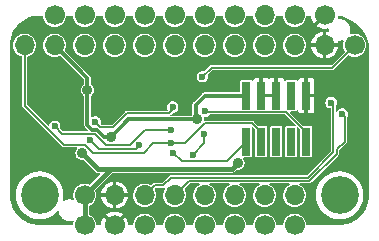
<source format=gbr>
%TF.GenerationSoftware,KiCad,Pcbnew,7.0.3*%
%TF.CreationDate,2023-05-19T16:22:07-07:00*%
%TF.ProjectId,StemmaG0,5374656d-6d61-4473-902e-6b696361645f,rev?*%
%TF.SameCoordinates,Original*%
%TF.FileFunction,Copper,L2,Bot*%
%TF.FilePolarity,Positive*%
%FSLAX46Y46*%
G04 Gerber Fmt 4.6, Leading zero omitted, Abs format (unit mm)*
G04 Created by KiCad (PCBNEW 7.0.3) date 2023-05-19 16:22:07*
%MOMM*%
%LPD*%
G01*
G04 APERTURE LIST*
%TA.AperFunction,ComponentPad*%
%ADD10C,1.700000*%
%TD*%
%TA.AperFunction,ComponentPad*%
%ADD11O,1.700000X1.700000*%
%TD*%
%TA.AperFunction,ComponentPad*%
%ADD12C,3.200000*%
%TD*%
%TA.AperFunction,CastellatedPad*%
%ADD13C,1.700000*%
%TD*%
%TA.AperFunction,CastellatedPad*%
%ADD14O,1.700000X1.700000*%
%TD*%
%TA.AperFunction,SMDPad,CuDef*%
%ADD15R,0.740000X2.400000*%
%TD*%
%TA.AperFunction,ViaPad*%
%ADD16C,0.906400*%
%TD*%
%TA.AperFunction,ViaPad*%
%ADD17C,0.889000*%
%TD*%
%TA.AperFunction,ViaPad*%
%ADD18C,0.600000*%
%TD*%
%TA.AperFunction,Conductor*%
%ADD19C,0.304800*%
%TD*%
%TA.AperFunction,Conductor*%
%ADD20C,0.406400*%
%TD*%
%TA.AperFunction,Conductor*%
%ADD21C,0.150000*%
%TD*%
%TA.AperFunction,Conductor*%
%ADD22C,0.127000*%
%TD*%
G04 APERTURE END LIST*
D10*
%TO.P,J1,1,Pin_1*%
%TO.N,/nRST*%
X26670000Y12700000D03*
D11*
%TO.P,J1,2,Pin_2*%
%TO.N,GND*%
X24130000Y12700000D03*
%TO.P,J1,3,Pin_3*%
%TO.N,/P0*%
X21590000Y12700000D03*
%TO.P,J1,4,Pin_4*%
%TO.N,/P1*%
X19050000Y12700000D03*
%TO.P,J1,5,Pin_5*%
%TO.N,/P2*%
X16510000Y12700000D03*
%TO.P,J1,6,Pin_6*%
%TO.N,/P3*%
X13970000Y12700000D03*
%TO.P,J1,7,Pin_7*%
%TO.N,/P4*%
X11430000Y12700000D03*
%TO.P,J1,8,Pin_8*%
%TO.N,/P5*%
X8890000Y12700000D03*
%TO.P,J1,9,Pin_9*%
%TO.N,/P6*%
X6350000Y12700000D03*
%TO.P,J1,10,Pin_10*%
%TO.N,/P7*%
X3810000Y12700000D03*
%TO.P,J1,11,Pin_11*%
%TO.N,3.3V*%
X1270000Y12700000D03*
%TO.P,J1,12,Pin_12*%
%TO.N,/SWCLK*%
X-1270000Y12700000D03*
%TD*%
D12*
%TO.P,U$19,P$1*%
%TO.N,N/C*%
X0Y0D03*
%TD*%
D10*
%TO.P,J2,1,Pin_1*%
%TO.N,VCC*%
X3810000Y0D03*
D11*
%TO.P,J2,2,Pin_2*%
%TO.N,GND*%
X6350000Y0D03*
%TO.P,J2,3,Pin_3*%
%TO.N,/SCL*%
X8890000Y0D03*
%TO.P,J2,4,Pin_4*%
%TO.N,/SDA*%
X11430000Y0D03*
%TO.P,J2,5,Pin_5*%
%TO.N,/B9*%
X13970000Y0D03*
%TO.P,J2,6,Pin_6*%
%TO.N,/A12*%
X16510000Y0D03*
%TO.P,J2,7,Pin_7*%
%TO.N,/A11*%
X19050000Y0D03*
%TO.P,J2,8,Pin_8*%
%TO.N,/A8*%
X21590000Y0D03*
%TD*%
D12*
%TO.P,U$21,P$1*%
%TO.N,N/C*%
X25400000Y0D03*
%TD*%
D13*
%TO.P,J4,1,Pin_1*%
%TO.N,VCC*%
X3810000Y-2540000D03*
%TO.P,J4,2,Pin_2*%
%TO.N,GND*%
X6350000Y-2540000D03*
%TO.P,J4,3,Pin_3*%
%TO.N,/SCL*%
X8890000Y-2540000D03*
%TO.P,J4,4,Pin_4*%
%TO.N,/SDA*%
X11430000Y-2540000D03*
%TO.P,J4,5,Pin_5*%
%TO.N,/B9*%
X13970000Y-2540000D03*
%TO.P,J4,6,Pin_6*%
%TO.N,/A12*%
X16510000Y-2540000D03*
%TO.P,J4,7,Pin_7*%
%TO.N,/A11*%
X19050000Y-2540000D03*
%TO.P,J4,8,Pin_8*%
%TO.N,/A8*%
X21590000Y-2540000D03*
%TD*%
%TO.P,J5,1,Pin_1*%
%TO.N,GND*%
X24130000Y15240000D03*
%TO.P,J5,2,Pin_2*%
%TO.N,/P0*%
X21590000Y15240000D03*
D14*
%TO.P,J5,3,Pin_3*%
%TO.N,/P1*%
X19050000Y15240000D03*
D13*
%TO.P,J5,4,Pin_4*%
%TO.N,/P2*%
X16510000Y15240000D03*
%TO.P,J5,5,Pin_5*%
%TO.N,/P3*%
X13970000Y15240000D03*
%TO.P,J5,6,Pin_6*%
%TO.N,/P4*%
X11430000Y15240000D03*
%TO.P,J5,7,Pin_7*%
%TO.N,/P5*%
X8890000Y15240000D03*
%TO.P,J5,8,Pin_8*%
%TO.N,/P6*%
X6350000Y15240000D03*
%TO.P,J5,9,Pin_9*%
%TO.N,/P7*%
X3810000Y15240000D03*
%TO.P,J5,10,Pin_10*%
%TO.N,3.3V*%
X1270000Y15240000D03*
%TD*%
D15*
%TO.P,J3,1,VTref*%
%TO.N,3.3V*%
X17483259Y8426583D03*
%TO.P,J3,2,SWDIO/TMS*%
%TO.N,/SWDIO*%
X17483259Y4526583D03*
%TO.P,J3,3,GND*%
%TO.N,GND*%
X18753259Y8426583D03*
%TO.P,J3,4,SWDCLK/TCK*%
%TO.N,/SWCLK*%
X18753259Y4526583D03*
%TO.P,J3,5,GND*%
%TO.N,GND*%
X20023259Y8426583D03*
%TO.P,J3,6,SWO/TDO*%
%TO.N,unconnected-(J3-SWO{slash}TDO-Pad6)*%
X20023259Y4526583D03*
%TO.P,J3,7,KEY*%
%TO.N,unconnected-(J3-KEY-Pad7)*%
X21293259Y8426583D03*
%TO.P,J3,8,NC/TDI*%
%TO.N,unconnected-(J3-NC{slash}TDI-Pad8)*%
X21293259Y4526583D03*
%TO.P,J3,9,GNDDetect*%
%TO.N,GND*%
X22563259Y8426583D03*
%TO.P,J3,10,~{RESET}*%
%TO.N,/nRST*%
X22563259Y4526583D03*
%TD*%
D16*
%TO.N,GND*%
X-1945217Y6479287D03*
D17*
%TO.N,3.3V*%
X6045924Y4938943D03*
X13323855Y6416009D03*
X4052981Y8901807D03*
D16*
%TO.N,VCC*%
X3613923Y3555812D03*
X16766783Y2727100D03*
D18*
%TO.N,/SCL*%
X4283334Y4644968D03*
X24672506Y7841615D03*
X8407277Y4244051D03*
%TO.N,/SDA*%
X25617101Y6862671D03*
X11094260Y5558504D03*
X1280971Y5836238D03*
%TO.N,/SDA_3V*%
X11271712Y7465562D03*
X4705654Y6195739D03*
%TO.N,/SWCLK*%
X11134753Y4378425D03*
%TO.N,/SWDIO*%
X11298232Y3593662D03*
%TO.N,/nRST*%
X13985938Y7098444D03*
X13771135Y10029271D03*
%TO.N,/B9*%
X13953606Y5198940D03*
X12958186Y3414864D03*
%TD*%
D19*
%TO.N,3.3V*%
X5461958Y4938943D02*
X4841968Y5558933D01*
X7512482Y6416009D02*
X7130552Y6034079D01*
X13966967Y8426583D02*
X13204582Y7664198D01*
X17483259Y8426583D02*
X13966967Y8426583D01*
X4052981Y8901807D02*
X4052981Y9917019D01*
X4841968Y5558933D02*
X4448818Y5558933D01*
X13323855Y6416009D02*
X7512482Y6416009D01*
X7130552Y6023571D02*
X6045924Y4938943D01*
X4448818Y5558933D02*
X4052981Y5954770D01*
X4052981Y5954770D02*
X4052981Y8901807D01*
X6045924Y4938943D02*
X5461958Y4938943D01*
X13204582Y7664198D02*
X13204582Y6535282D01*
X13204582Y6535282D02*
X13323855Y6416009D01*
X7130552Y6034079D02*
X7130552Y6023571D01*
X4052981Y9917019D02*
X1270000Y12700000D01*
D20*
%TO.N,VCC*%
X16266284Y2226601D02*
X6036601Y2226601D01*
X6036601Y2226601D02*
X3810000Y0D01*
X6036601Y2226601D02*
X4943134Y2226601D01*
X16766783Y2727100D02*
X16266284Y2226601D01*
X4943134Y2226601D02*
X3613923Y3555812D01*
X3810000Y0D02*
X3810000Y-2540000D01*
D21*
%TO.N,/SCL*%
X8407277Y4137355D02*
X8407277Y4244051D01*
X9740000Y850000D02*
X10484794Y850000D01*
X11121860Y1487066D02*
X22731793Y1487066D01*
X24878600Y3633873D02*
X24878600Y7635521D01*
X8890000Y0D02*
X9740000Y850000D01*
X8155088Y3885166D02*
X8407277Y4137355D01*
X4283334Y4644968D02*
X4299499Y4644968D01*
X24878600Y7635521D02*
X24672506Y7841615D01*
X10484794Y850000D02*
X11121860Y1487066D01*
X22731793Y1487066D02*
X24878600Y3633873D01*
X4299499Y4644968D02*
X5018886Y3925581D01*
X5059301Y3885166D02*
X8155088Y3885166D01*
X5018886Y3925581D02*
X5059301Y3885166D01*
%TO.N,/SDA*%
X22846324Y1210565D02*
X25155101Y3519343D01*
X1925824Y5191385D02*
X1280971Y5836238D01*
X25823195Y6656577D02*
X25617101Y6862671D01*
X4053652Y5199468D02*
X4045569Y5191385D01*
X8937548Y5558504D02*
X7639386Y4260342D01*
X11094260Y5558504D02*
X8937548Y5558504D01*
X25155101Y3876026D02*
X25823195Y4544120D01*
X25823195Y4544120D02*
X25823195Y6656577D01*
X4045569Y5191385D02*
X1925824Y5191385D01*
X7639386Y4260342D02*
X5589942Y4260342D01*
X12640565Y1210565D02*
X22846324Y1210565D01*
X25155101Y3519343D02*
X25155101Y3876026D01*
X4650816Y5199468D02*
X4053652Y5199468D01*
X11430000Y0D02*
X12640565Y1210565D01*
X5589942Y4260342D02*
X4650816Y5199468D01*
%TO.N,/SDA_3V*%
X5150219Y5751174D02*
X6201008Y5751174D01*
X11271712Y7273443D02*
X11271712Y7465562D01*
X6201008Y5751174D02*
X7373042Y6923208D01*
X10921477Y6923208D02*
X11271712Y7273443D01*
X4705654Y6195739D02*
X5150219Y5751174D01*
X7373042Y6923208D02*
X10921477Y6923208D01*
D22*
%TO.N,/SWCLK*%
X18015345Y6094497D02*
X18753259Y5356583D01*
D21*
X2082724Y4241411D02*
X-1270000Y7594135D01*
D22*
X12298455Y4400587D02*
X13992365Y6094497D01*
D21*
X11134753Y4378425D02*
X9587722Y4378425D01*
X12298455Y4400587D02*
X12276293Y4378425D01*
X8802959Y3593662D02*
X4501960Y3593662D01*
X4501960Y3593662D02*
X3854211Y4241411D01*
X12276293Y4378425D02*
X11134753Y4378425D01*
D22*
X13992365Y6094497D02*
X18015345Y6094497D01*
D21*
X3854211Y4241411D02*
X2082724Y4241411D01*
D22*
X18753259Y5356583D02*
X18753259Y4526583D01*
D21*
X9587722Y4378425D02*
X8802959Y3593662D01*
X-1270000Y7594135D02*
X-1270000Y12700000D01*
D22*
%TO.N,/SWDIO*%
X12020030Y2871864D02*
X15828540Y2871864D01*
X15828540Y2871864D02*
X17483259Y4526583D01*
X11298232Y3593662D02*
X12020030Y2871864D01*
D21*
%TO.N,/nRST*%
X24781446Y10811446D02*
X14553310Y10811446D01*
D22*
X20883759Y7036083D02*
X14048299Y7036083D01*
X22563259Y5356583D02*
X20883759Y7036083D01*
D21*
X14553310Y10811446D02*
X13771135Y10029271D01*
D22*
X22563259Y4526583D02*
X22563259Y5356583D01*
D21*
X26670000Y12700000D02*
X24781446Y10811446D01*
D22*
X14048299Y7036083D02*
X13985938Y7098444D01*
D21*
%TO.N,/B9*%
X12958186Y3414864D02*
X13953606Y4410284D01*
X13953606Y4410284D02*
X13953606Y5198940D01*
%TD*%
%TA.AperFunction,Conductor*%
%TO.N,GND*%
G36*
X277828Y15196194D02*
G01*
X295833Y15158126D01*
X306642Y15048378D01*
X326811Y14981889D01*
X362538Y14864117D01*
X362539Y14864116D01*
X453302Y14694308D01*
X453306Y14694302D01*
X575459Y14545459D01*
X724302Y14423306D01*
X724304Y14423305D01*
X724307Y14423303D01*
X768491Y14399687D01*
X894117Y14332538D01*
X1078376Y14276643D01*
X1270000Y14257770D01*
X1461624Y14276643D01*
X1645883Y14332538D01*
X1815698Y14423306D01*
X1964541Y14545459D01*
X2086694Y14694302D01*
X2177462Y14864117D01*
X2233357Y15048376D01*
X2236769Y15083023D01*
X2244167Y15158126D01*
X2266717Y15200313D01*
X2306366Y15214500D01*
X2773634Y15214500D01*
X2817828Y15196194D01*
X2835833Y15158126D01*
X2846642Y15048378D01*
X2866811Y14981889D01*
X2902538Y14864117D01*
X2902539Y14864116D01*
X2993302Y14694308D01*
X2993306Y14694302D01*
X3115459Y14545459D01*
X3264302Y14423306D01*
X3264304Y14423305D01*
X3264307Y14423303D01*
X3308491Y14399687D01*
X3434117Y14332538D01*
X3618376Y14276643D01*
X3810000Y14257770D01*
X4001624Y14276643D01*
X4185883Y14332538D01*
X4355698Y14423306D01*
X4504541Y14545459D01*
X4626694Y14694302D01*
X4717462Y14864117D01*
X4773357Y15048376D01*
X4776769Y15083023D01*
X4784167Y15158126D01*
X4806717Y15200313D01*
X4846366Y15214500D01*
X5313634Y15214500D01*
X5357828Y15196194D01*
X5375833Y15158126D01*
X5386642Y15048378D01*
X5406811Y14981889D01*
X5442538Y14864117D01*
X5442539Y14864116D01*
X5533302Y14694308D01*
X5533306Y14694302D01*
X5655459Y14545459D01*
X5804302Y14423306D01*
X5804304Y14423305D01*
X5804307Y14423303D01*
X5848491Y14399687D01*
X5974117Y14332538D01*
X6158376Y14276643D01*
X6350000Y14257770D01*
X6541624Y14276643D01*
X6725883Y14332538D01*
X6895698Y14423306D01*
X7044541Y14545459D01*
X7166694Y14694302D01*
X7257462Y14864117D01*
X7313357Y15048376D01*
X7316769Y15083023D01*
X7324167Y15158126D01*
X7346717Y15200313D01*
X7386366Y15214500D01*
X7853634Y15214500D01*
X7897828Y15196194D01*
X7915833Y15158126D01*
X7926642Y15048378D01*
X7946811Y14981889D01*
X7982538Y14864117D01*
X7982539Y14864116D01*
X8073302Y14694308D01*
X8073306Y14694302D01*
X8195459Y14545459D01*
X8344302Y14423306D01*
X8344304Y14423305D01*
X8344307Y14423303D01*
X8388491Y14399687D01*
X8514117Y14332538D01*
X8698376Y14276643D01*
X8890000Y14257770D01*
X9081624Y14276643D01*
X9265883Y14332538D01*
X9435698Y14423306D01*
X9584541Y14545459D01*
X9706694Y14694302D01*
X9797462Y14864117D01*
X9853357Y15048376D01*
X9856769Y15083023D01*
X9864167Y15158126D01*
X9886717Y15200313D01*
X9926366Y15214500D01*
X10393634Y15214500D01*
X10437828Y15196194D01*
X10455833Y15158126D01*
X10466642Y15048378D01*
X10486811Y14981889D01*
X10522538Y14864117D01*
X10522539Y14864116D01*
X10613302Y14694308D01*
X10613306Y14694302D01*
X10735459Y14545459D01*
X10884302Y14423306D01*
X10884304Y14423305D01*
X10884307Y14423303D01*
X10928491Y14399687D01*
X11054117Y14332538D01*
X11238376Y14276643D01*
X11430000Y14257770D01*
X11621624Y14276643D01*
X11805883Y14332538D01*
X11975698Y14423306D01*
X12124541Y14545459D01*
X12246694Y14694302D01*
X12337462Y14864117D01*
X12393357Y15048376D01*
X12396769Y15083023D01*
X12404167Y15158126D01*
X12426717Y15200313D01*
X12466366Y15214500D01*
X12933634Y15214500D01*
X12977828Y15196194D01*
X12995833Y15158126D01*
X13006642Y15048378D01*
X13026811Y14981889D01*
X13062538Y14864117D01*
X13062539Y14864116D01*
X13153302Y14694308D01*
X13153306Y14694302D01*
X13275459Y14545459D01*
X13424302Y14423306D01*
X13424304Y14423305D01*
X13424307Y14423303D01*
X13468491Y14399687D01*
X13594117Y14332538D01*
X13778376Y14276643D01*
X13970000Y14257770D01*
X14161624Y14276643D01*
X14345883Y14332538D01*
X14515698Y14423306D01*
X14664541Y14545459D01*
X14786694Y14694302D01*
X14877462Y14864117D01*
X14933357Y15048376D01*
X14936769Y15083023D01*
X14944167Y15158126D01*
X14966717Y15200313D01*
X15006366Y15214500D01*
X15473634Y15214500D01*
X15517828Y15196194D01*
X15535833Y15158126D01*
X15546642Y15048378D01*
X15566811Y14981889D01*
X15602538Y14864117D01*
X15602539Y14864116D01*
X15693302Y14694308D01*
X15693306Y14694302D01*
X15815459Y14545459D01*
X15964302Y14423306D01*
X15964304Y14423305D01*
X15964307Y14423303D01*
X16008491Y14399687D01*
X16134117Y14332538D01*
X16318376Y14276643D01*
X16510000Y14257770D01*
X16701624Y14276643D01*
X16885883Y14332538D01*
X17055698Y14423306D01*
X17204541Y14545459D01*
X17326694Y14694302D01*
X17417462Y14864117D01*
X17473357Y15048376D01*
X17476769Y15083023D01*
X17484167Y15158126D01*
X17506717Y15200313D01*
X17546366Y15214500D01*
X18013634Y15214500D01*
X18057828Y15196194D01*
X18075833Y15158126D01*
X18086642Y15048378D01*
X18106811Y14981889D01*
X18142538Y14864117D01*
X18142539Y14864116D01*
X18233302Y14694308D01*
X18233306Y14694302D01*
X18355459Y14545459D01*
X18504302Y14423306D01*
X18504304Y14423305D01*
X18504307Y14423303D01*
X18548491Y14399687D01*
X18674117Y14332538D01*
X18858376Y14276643D01*
X19050000Y14257770D01*
X19241624Y14276643D01*
X19425883Y14332538D01*
X19595698Y14423306D01*
X19744541Y14545459D01*
X19866694Y14694302D01*
X19957462Y14864117D01*
X20013357Y15048376D01*
X20016769Y15083023D01*
X20024167Y15158126D01*
X20046717Y15200313D01*
X20086366Y15214500D01*
X20553634Y15214500D01*
X20597828Y15196194D01*
X20615833Y15158126D01*
X20626642Y15048378D01*
X20646811Y14981889D01*
X20682538Y14864117D01*
X20682539Y14864116D01*
X20773302Y14694308D01*
X20773306Y14694302D01*
X20895459Y14545459D01*
X21044302Y14423306D01*
X21044304Y14423305D01*
X21044307Y14423303D01*
X21088491Y14399687D01*
X21214117Y14332538D01*
X21398376Y14276643D01*
X21590000Y14257770D01*
X21781624Y14276643D01*
X21965883Y14332538D01*
X22135698Y14423306D01*
X22284541Y14545459D01*
X22406694Y14694302D01*
X22497462Y14864117D01*
X22553357Y15048376D01*
X22556769Y15083023D01*
X22564167Y15158126D01*
X22586717Y15200313D01*
X22626366Y15214500D01*
X22916443Y15214500D01*
X22960637Y15196194D01*
X22978676Y15157766D01*
X22990787Y15027054D01*
X22990789Y15027042D01*
X23049317Y14821341D01*
X23144646Y14629896D01*
X23213610Y14538573D01*
X23684078Y15009039D01*
X23748239Y14909202D01*
X23856900Y14815048D01*
X23900222Y14795264D01*
X23425576Y14320617D01*
X23431579Y14315144D01*
X23613415Y14202556D01*
X23812843Y14125298D01*
X24023061Y14086001D01*
X24023069Y14086000D01*
X24236931Y14086000D01*
X24236936Y14086001D01*
X24419515Y14120131D01*
X24466321Y14110257D01*
X24492436Y14070180D01*
X24493500Y14058695D01*
X24493500Y13894943D01*
X24493700Y13894001D01*
X24493635Y13893653D01*
X24493842Y13891687D01*
X24493259Y13891626D01*
X24484977Y13846967D01*
X24445551Y13819878D01*
X24421080Y13819578D01*
X24282000Y13845576D01*
X24282000Y13180257D01*
X24272315Y13184680D01*
X24165763Y13200000D01*
X24094237Y13200000D01*
X23987685Y13184680D01*
X23978000Y13180257D01*
X23978000Y13845576D01*
X23812843Y13814703D01*
X23613415Y13737445D01*
X23431575Y13624854D01*
X23273528Y13480774D01*
X23273521Y13480767D01*
X23144649Y13310111D01*
X23144646Y13310105D01*
X23049317Y13118660D01*
X22990789Y12912959D01*
X22990787Y12912948D01*
X22985140Y12852001D01*
X22985141Y12852000D01*
X23653523Y12852000D01*
X23630000Y12771889D01*
X23630000Y12628111D01*
X23653523Y12548000D01*
X22985140Y12548000D01*
X22990787Y12487053D01*
X22990789Y12487042D01*
X23049317Y12281341D01*
X23144646Y12089896D01*
X23144649Y12089890D01*
X23273521Y11919234D01*
X23273528Y11919227D01*
X23431575Y11775147D01*
X23613415Y11662556D01*
X23812842Y11585298D01*
X23978000Y11554426D01*
X23978000Y12219744D01*
X23987685Y12215320D01*
X24094237Y12200000D01*
X24165763Y12200000D01*
X24272315Y12215320D01*
X24282000Y12219744D01*
X24282000Y11554426D01*
X24447157Y11585298D01*
X24646584Y11662556D01*
X24828424Y11775147D01*
X24986471Y11919227D01*
X24986478Y11919234D01*
X25115350Y12089890D01*
X25115353Y12089896D01*
X25210682Y12281341D01*
X25269210Y12487042D01*
X25269212Y12487053D01*
X25274859Y12548000D01*
X24606477Y12548000D01*
X24630000Y12628111D01*
X24630000Y12771889D01*
X24606477Y12852000D01*
X25274859Y12852000D01*
X25274859Y12852001D01*
X25269212Y12912948D01*
X25269210Y12912960D01*
X25241861Y13009081D01*
X25247374Y13056598D01*
X25284871Y13086299D01*
X25308508Y13088342D01*
X25324601Y13086651D01*
X25352474Y13083721D01*
X25352479Y13083721D01*
X25352494Y13083719D01*
X25352497Y13083719D01*
X25447501Y13083719D01*
X25447506Y13083719D01*
X25589510Y13098644D01*
X25675237Y13126499D01*
X25722922Y13122746D01*
X25753989Y13086372D01*
X25754357Y13048915D01*
X25706642Y12891623D01*
X25687770Y12700001D01*
X25687770Y12700000D01*
X25706642Y12508378D01*
X25762539Y12324114D01*
X25826097Y12205207D01*
X25830786Y12157602D01*
X25815171Y12131551D01*
X24715874Y11032252D01*
X24671680Y11013946D01*
X14598338Y11013946D01*
X14577695Y11017453D01*
X14576564Y11017849D01*
X14543683Y11014143D01*
X14540181Y11013946D01*
X14530493Y11013946D01*
X14521040Y11011789D01*
X14517592Y11011204D01*
X14484704Y11007497D01*
X14483692Y11006860D01*
X14464361Y10998853D01*
X14463194Y10998587D01*
X14463189Y10998585D01*
X14437319Y10977954D01*
X14434461Y10975926D01*
X14426257Y10970772D01*
X14419406Y10963922D01*
X14416795Y10961589D01*
X14390918Y10940953D01*
X14390914Y10940947D01*
X14390396Y10939870D01*
X14378282Y10922798D01*
X13963097Y10507613D01*
X13918903Y10489307D01*
X13901295Y10491839D01*
X13840222Y10509771D01*
X13840220Y10509771D01*
X13702050Y10509771D01*
X13702048Y10509771D01*
X13569480Y10470846D01*
X13569471Y10470842D01*
X13453240Y10396146D01*
X13362758Y10291724D01*
X13362755Y10291719D01*
X13305358Y10166038D01*
X13305357Y10166035D01*
X13285694Y10029272D01*
X13305357Y9892508D01*
X13305358Y9892505D01*
X13362755Y9766824D01*
X13362758Y9766819D01*
X13453240Y9662397D01*
X13569471Y9587701D01*
X13569476Y9587698D01*
X13702047Y9548772D01*
X13702049Y9548771D01*
X13702050Y9548771D01*
X13840221Y9548771D01*
X13840221Y9548772D01*
X13972794Y9587698D01*
X14052841Y9639141D01*
X14089029Y9662397D01*
X14116273Y9693838D01*
X14179514Y9766822D01*
X14236912Y9892506D01*
X14256576Y10029271D01*
X14236912Y10166036D01*
X14236276Y10170461D01*
X14238481Y10170779D01*
X14242782Y10210950D01*
X14253452Y10225212D01*
X14618881Y10590640D01*
X14663076Y10608946D01*
X24736420Y10608946D01*
X24757061Y10605439D01*
X24758190Y10605044D01*
X24782629Y10607798D01*
X24791076Y10608749D01*
X24794578Y10608946D01*
X24804261Y10608946D01*
X24804263Y10608946D01*
X24813715Y10611105D01*
X24817144Y10611688D01*
X24850047Y10615394D01*
X24851052Y10616027D01*
X24870404Y10624043D01*
X24871567Y10624308D01*
X24897464Y10644961D01*
X24900282Y10646960D01*
X24908501Y10652123D01*
X24915343Y10658967D01*
X24917959Y10661304D01*
X24943836Y10681940D01*
X24943835Y10681940D01*
X24943839Y10681942D01*
X24944356Y10683018D01*
X24956472Y10700096D01*
X26101550Y11845174D01*
X26145743Y11863479D01*
X26175202Y11856100D01*
X26294117Y11792538D01*
X26478376Y11736643D01*
X26670000Y11717770D01*
X26861624Y11736643D01*
X27045883Y11792538D01*
X27215698Y11883306D01*
X27364541Y12005459D01*
X27486694Y12154302D01*
X27577462Y12324117D01*
X27633357Y12508376D01*
X27652230Y12700000D01*
X27651730Y12705072D01*
X27633357Y12891623D01*
X27626885Y12912959D01*
X27577462Y13075883D01*
X27486694Y13245698D01*
X27364541Y13394541D01*
X27215698Y13516694D01*
X27215692Y13516698D01*
X27078842Y13589845D01*
X27045883Y13607462D01*
X26928111Y13643189D01*
X26861622Y13663358D01*
X26670000Y13682230D01*
X26478377Y13663358D01*
X26341452Y13621821D01*
X26293847Y13626510D01*
X26263500Y13663487D01*
X26266108Y13705356D01*
X26265868Y13705434D01*
X26266172Y13706371D01*
X26266215Y13707057D01*
X26266881Y13708553D01*
X26290481Y13819578D01*
X26306500Y13894942D01*
X26306500Y14085496D01*
X26266881Y14271886D01*
X26266878Y14271894D01*
X26204406Y14412206D01*
X26189376Y14445965D01*
X26189374Y14445968D01*
X26189373Y14445970D01*
X26077371Y14600127D01*
X26077365Y14600133D01*
X26016851Y14654619D01*
X25935762Y14727632D01*
X25770738Y14822909D01*
X25770734Y14822911D01*
X25770733Y14822911D01*
X25704377Y14844471D01*
X25589510Y14881794D01*
X25589512Y14881794D01*
X25447508Y14896719D01*
X25447506Y14896719D01*
X25352494Y14896719D01*
X25352488Y14896719D01*
X25320367Y14893343D01*
X25274501Y14906930D01*
X25251677Y14948969D01*
X25253721Y14972606D01*
X25269210Y15027045D01*
X25269212Y15027053D01*
X25277580Y15117368D01*
X25299884Y15159685D01*
X25345579Y15173835D01*
X25349735Y15173309D01*
X25526199Y15144892D01*
X25529406Y15144198D01*
X25843906Y15058476D01*
X25847039Y15057439D01*
X25967791Y15010250D01*
X26150622Y14938801D01*
X26153652Y14937427D01*
X26304649Y14859013D01*
X26442910Y14787213D01*
X26445764Y14785532D01*
X26717439Y14605430D01*
X26720104Y14603450D01*
X26971102Y14395510D01*
X26973534Y14393267D01*
X27201021Y14159840D01*
X27203208Y14157343D01*
X27404607Y13901072D01*
X27406520Y13898351D01*
X27579546Y13622149D01*
X27581160Y13619240D01*
X27723871Y13326207D01*
X27725166Y13323143D01*
X27835937Y13016614D01*
X27836900Y13013429D01*
X27912704Y12704116D01*
X27914500Y12689239D01*
X27914500Y946D01*
X27914443Y-941D01*
X27896280Y-301202D01*
X27895825Y-304951D01*
X27841774Y-599896D01*
X27840870Y-603563D01*
X27751661Y-889844D01*
X27750322Y-893376D01*
X27627254Y-1166823D01*
X27625498Y-1170167D01*
X27470372Y-1426779D01*
X27468227Y-1429887D01*
X27283294Y-1665935D01*
X27280790Y-1668762D01*
X27068762Y-1880790D01*
X27065935Y-1883294D01*
X26829887Y-2068227D01*
X26826779Y-2070372D01*
X26570167Y-2225498D01*
X26566823Y-2227254D01*
X26293376Y-2350322D01*
X26289844Y-2351661D01*
X26003563Y-2440870D01*
X25999896Y-2441774D01*
X25856181Y-2468111D01*
X25704947Y-2495825D01*
X25701202Y-2496280D01*
X25400942Y-2514443D01*
X25399055Y-2514500D01*
X22626366Y-2514500D01*
X22582172Y-2496194D01*
X22564167Y-2458126D01*
X22555382Y-2368945D01*
X22553357Y-2348376D01*
X22497462Y-2164117D01*
X22406694Y-1994302D01*
X22284541Y-1845459D01*
X22135698Y-1723306D01*
X22135692Y-1723302D01*
X22028364Y-1665935D01*
X21965883Y-1632538D01*
X21848111Y-1596811D01*
X21781622Y-1576642D01*
X21590000Y-1557770D01*
X21398377Y-1576642D01*
X21315023Y-1601928D01*
X21214117Y-1632538D01*
X21214115Y-1632538D01*
X21214115Y-1632539D01*
X21044307Y-1723302D01*
X21044301Y-1723306D01*
X20895459Y-1845459D01*
X20773306Y-1994301D01*
X20773302Y-1994307D01*
X20683897Y-2161574D01*
X20682538Y-2164117D01*
X20663385Y-2227254D01*
X20626642Y-2348377D01*
X20615833Y-2458126D01*
X20593283Y-2500313D01*
X20553634Y-2514500D01*
X20086366Y-2514500D01*
X20042172Y-2496194D01*
X20024167Y-2458126D01*
X20015382Y-2368945D01*
X20013357Y-2348376D01*
X19957462Y-2164117D01*
X19866694Y-1994302D01*
X19744541Y-1845459D01*
X19595698Y-1723306D01*
X19595692Y-1723302D01*
X19488364Y-1665935D01*
X19425883Y-1632538D01*
X19308111Y-1596811D01*
X19241622Y-1576642D01*
X19050000Y-1557770D01*
X18858377Y-1576642D01*
X18775023Y-1601928D01*
X18674117Y-1632538D01*
X18674115Y-1632538D01*
X18674115Y-1632539D01*
X18504307Y-1723302D01*
X18504301Y-1723306D01*
X18355459Y-1845459D01*
X18233306Y-1994301D01*
X18233302Y-1994307D01*
X18143897Y-2161574D01*
X18142538Y-2164117D01*
X18123385Y-2227254D01*
X18086642Y-2348377D01*
X18075833Y-2458126D01*
X18053283Y-2500313D01*
X18013634Y-2514500D01*
X17546366Y-2514500D01*
X17502172Y-2496194D01*
X17484167Y-2458126D01*
X17475382Y-2368945D01*
X17473357Y-2348376D01*
X17417462Y-2164117D01*
X17326694Y-1994302D01*
X17204541Y-1845459D01*
X17055698Y-1723306D01*
X17055692Y-1723302D01*
X16948364Y-1665935D01*
X16885883Y-1632538D01*
X16768111Y-1596811D01*
X16701622Y-1576642D01*
X16510000Y-1557770D01*
X16318377Y-1576642D01*
X16235023Y-1601928D01*
X16134117Y-1632538D01*
X16134115Y-1632538D01*
X16134115Y-1632539D01*
X15964307Y-1723302D01*
X15964301Y-1723306D01*
X15815459Y-1845459D01*
X15693306Y-1994301D01*
X15693302Y-1994307D01*
X15603897Y-2161574D01*
X15602538Y-2164117D01*
X15583385Y-2227254D01*
X15546642Y-2348377D01*
X15535833Y-2458126D01*
X15513283Y-2500313D01*
X15473634Y-2514500D01*
X15006366Y-2514500D01*
X14962172Y-2496194D01*
X14944167Y-2458126D01*
X14935382Y-2368945D01*
X14933357Y-2348376D01*
X14877462Y-2164117D01*
X14786694Y-1994302D01*
X14664541Y-1845459D01*
X14515698Y-1723306D01*
X14515692Y-1723302D01*
X14408364Y-1665935D01*
X14345883Y-1632538D01*
X14228111Y-1596811D01*
X14161622Y-1576642D01*
X13970000Y-1557770D01*
X13778377Y-1576642D01*
X13695023Y-1601928D01*
X13594117Y-1632538D01*
X13594115Y-1632538D01*
X13594115Y-1632539D01*
X13424307Y-1723302D01*
X13424301Y-1723306D01*
X13275459Y-1845459D01*
X13153306Y-1994301D01*
X13153302Y-1994307D01*
X13063897Y-2161574D01*
X13062538Y-2164117D01*
X13043385Y-2227254D01*
X13006642Y-2348377D01*
X12995833Y-2458126D01*
X12973283Y-2500313D01*
X12933634Y-2514500D01*
X12466366Y-2514500D01*
X12422172Y-2496194D01*
X12404167Y-2458126D01*
X12395382Y-2368945D01*
X12393357Y-2348376D01*
X12337462Y-2164117D01*
X12246694Y-1994302D01*
X12124541Y-1845459D01*
X11975698Y-1723306D01*
X11975692Y-1723302D01*
X11868364Y-1665935D01*
X11805883Y-1632538D01*
X11688111Y-1596811D01*
X11621622Y-1576642D01*
X11430000Y-1557770D01*
X11238377Y-1576642D01*
X11155023Y-1601928D01*
X11054117Y-1632538D01*
X11054115Y-1632538D01*
X11054115Y-1632539D01*
X10884307Y-1723302D01*
X10884301Y-1723306D01*
X10735459Y-1845459D01*
X10613306Y-1994301D01*
X10613302Y-1994307D01*
X10523897Y-2161574D01*
X10522538Y-2164117D01*
X10503385Y-2227254D01*
X10466642Y-2348377D01*
X10455833Y-2458126D01*
X10433283Y-2500313D01*
X10393634Y-2514500D01*
X9926366Y-2514500D01*
X9882172Y-2496194D01*
X9864167Y-2458126D01*
X9855382Y-2368945D01*
X9853357Y-2348376D01*
X9797462Y-2164117D01*
X9706694Y-1994302D01*
X9584541Y-1845459D01*
X9435698Y-1723306D01*
X9435692Y-1723302D01*
X9328364Y-1665935D01*
X9265883Y-1632538D01*
X9148111Y-1596811D01*
X9081622Y-1576642D01*
X8890000Y-1557770D01*
X8698377Y-1576642D01*
X8615023Y-1601928D01*
X8514117Y-1632538D01*
X8514115Y-1632538D01*
X8514115Y-1632539D01*
X8344307Y-1723302D01*
X8344301Y-1723306D01*
X8195459Y-1845459D01*
X8073306Y-1994301D01*
X8073302Y-1994307D01*
X7983897Y-2161574D01*
X7982538Y-2164117D01*
X7963385Y-2227254D01*
X7926642Y-2348377D01*
X7915833Y-2458126D01*
X7893283Y-2500313D01*
X7853634Y-2514500D01*
X7563557Y-2514500D01*
X7519363Y-2496194D01*
X7501324Y-2457766D01*
X7489212Y-2327053D01*
X7489210Y-2327041D01*
X7430682Y-2121340D01*
X7335353Y-1929895D01*
X7266388Y-1838571D01*
X6795921Y-2309038D01*
X6731761Y-2209202D01*
X6623100Y-2115048D01*
X6579775Y-2095262D01*
X7054423Y-1620615D01*
X7048420Y-1615143D01*
X6866584Y-1502555D01*
X6667156Y-1425297D01*
X6456938Y-1386000D01*
X6243061Y-1386000D01*
X6032843Y-1425297D01*
X5833412Y-1502556D01*
X5833410Y-1502557D01*
X5651585Y-1615139D01*
X5651581Y-1615142D01*
X5645575Y-1620615D01*
X6120223Y-2095262D01*
X6076900Y-2115048D01*
X5968239Y-2209202D01*
X5904078Y-2309038D01*
X5433610Y-1838571D01*
X5364648Y-1929891D01*
X5269317Y-2121340D01*
X5210789Y-2327041D01*
X5210787Y-2327053D01*
X5198676Y-2457766D01*
X5176371Y-2500083D01*
X5136443Y-2514500D01*
X4846366Y-2514500D01*
X4802172Y-2496194D01*
X4784167Y-2458126D01*
X4775382Y-2368945D01*
X4773357Y-2348376D01*
X4717462Y-2164117D01*
X4626694Y-1994302D01*
X4504541Y-1845459D01*
X4355698Y-1723306D01*
X4355692Y-1723302D01*
X4185885Y-1632539D01*
X4185878Y-1632536D01*
X4185044Y-1632283D01*
X4184817Y-1632096D01*
X4183046Y-1631363D01*
X4183268Y-1630825D01*
X4148073Y-1601928D01*
X4140700Y-1572478D01*
X4140700Y-967521D01*
X4159006Y-923327D01*
X4183130Y-908870D01*
X4183036Y-908642D01*
X4184579Y-908002D01*
X4185069Y-907709D01*
X4185880Y-907463D01*
X4185880Y-907462D01*
X4185883Y-907462D01*
X4355698Y-816694D01*
X4504541Y-694541D01*
X4626694Y-545698D01*
X4717462Y-375883D01*
X4773357Y-191624D01*
X4777260Y-152000D01*
X5205140Y-152000D01*
X5210787Y-212947D01*
X5210789Y-212958D01*
X5269317Y-418659D01*
X5364646Y-610104D01*
X5364649Y-610110D01*
X5493521Y-780766D01*
X5493528Y-780773D01*
X5651575Y-924853D01*
X5833415Y-1037444D01*
X6032842Y-1114702D01*
X6198000Y-1145574D01*
X6198000Y-480256D01*
X6207685Y-484680D01*
X6314237Y-500000D01*
X6385763Y-500000D01*
X6492315Y-484680D01*
X6502000Y-480256D01*
X6502000Y-1145574D01*
X6667157Y-1114702D01*
X6866584Y-1037444D01*
X7048424Y-924853D01*
X7206471Y-780773D01*
X7206478Y-780766D01*
X7335350Y-610110D01*
X7335353Y-610104D01*
X7430682Y-418659D01*
X7489210Y-212958D01*
X7489212Y-212947D01*
X7494859Y-152000D01*
X6826477Y-152000D01*
X6850000Y-71889D01*
X6850000Y0D01*
X7907770Y0D01*
X7926642Y-191622D01*
X7946811Y-258111D01*
X7982538Y-375883D01*
X7982539Y-375884D01*
X8073302Y-545692D01*
X8073306Y-545698D01*
X8195459Y-694541D01*
X8344302Y-816694D01*
X8344304Y-816695D01*
X8344307Y-816697D01*
X8388491Y-840313D01*
X8514117Y-907462D01*
X8698376Y-963357D01*
X8890000Y-982230D01*
X9081624Y-963357D01*
X9265883Y-907462D01*
X9435698Y-816694D01*
X9584541Y-694541D01*
X9706694Y-545698D01*
X9797462Y-375883D01*
X9853357Y-191624D01*
X9872230Y0D01*
X9853357Y191624D01*
X9797462Y375883D01*
X9733901Y494796D01*
X9729213Y542400D01*
X9744827Y568449D01*
X9805573Y629195D01*
X9849767Y647500D01*
X10439768Y647500D01*
X10460409Y643993D01*
X10461538Y643598D01*
X10485977Y646352D01*
X10494424Y647303D01*
X10497926Y647500D01*
X10507609Y647500D01*
X10507611Y647500D01*
X10517063Y649659D01*
X10520492Y650242D01*
X10544622Y652960D01*
X10560397Y654736D01*
X10560605Y652881D01*
X10599520Y650700D01*
X10631400Y615037D01*
X10628724Y567276D01*
X10620724Y554738D01*
X10613309Y545704D01*
X10613302Y545693D01*
X10522947Y376649D01*
X10522538Y375883D01*
X10502369Y309396D01*
X10466642Y191623D01*
X10447770Y1D01*
X10447770Y0D01*
X10466642Y-191622D01*
X10486811Y-258111D01*
X10522538Y-375883D01*
X10522539Y-375884D01*
X10613302Y-545692D01*
X10613306Y-545698D01*
X10735459Y-694541D01*
X10884302Y-816694D01*
X10884304Y-816695D01*
X10884307Y-816697D01*
X10928491Y-840313D01*
X11054117Y-907462D01*
X11238376Y-963357D01*
X11430000Y-982230D01*
X11621624Y-963357D01*
X11805883Y-907462D01*
X11975698Y-816694D01*
X12124541Y-694541D01*
X12246694Y-545698D01*
X12337462Y-375883D01*
X12393357Y-191624D01*
X12412230Y0D01*
X12393357Y191624D01*
X12337462Y375883D01*
X12273900Y494797D01*
X12269212Y542399D01*
X12284825Y568449D01*
X12706136Y989759D01*
X12750331Y1008065D01*
X13532819Y1008065D01*
X13577013Y989759D01*
X13595319Y945565D01*
X13577013Y901371D01*
X13562282Y890447D01*
X13552477Y885205D01*
X13424307Y816698D01*
X13424301Y816694D01*
X13275459Y694541D01*
X13153306Y545699D01*
X13153302Y545693D01*
X13062947Y376649D01*
X13062538Y375883D01*
X13042369Y309396D01*
X13006642Y191623D01*
X12987770Y1D01*
X12987770Y0D01*
X13006642Y-191622D01*
X13026811Y-258111D01*
X13062538Y-375883D01*
X13062539Y-375884D01*
X13153302Y-545692D01*
X13153306Y-545698D01*
X13275459Y-694541D01*
X13424302Y-816694D01*
X13424304Y-816695D01*
X13424307Y-816697D01*
X13468491Y-840313D01*
X13594117Y-907462D01*
X13778376Y-963357D01*
X13820655Y-967521D01*
X13969999Y-982230D01*
X13969999Y-982229D01*
X13970000Y-982230D01*
X14161624Y-963357D01*
X14345883Y-907462D01*
X14515698Y-816694D01*
X14664541Y-694541D01*
X14786694Y-545698D01*
X14877462Y-375883D01*
X14933357Y-191624D01*
X14952230Y0D01*
X14933357Y191624D01*
X14877462Y375883D01*
X14792052Y535674D01*
X14786697Y545693D01*
X14786693Y545699D01*
X14733831Y610111D01*
X14664541Y694541D01*
X14515698Y816694D01*
X14515692Y816698D01*
X14410692Y872821D01*
X14377718Y890446D01*
X14347372Y927422D01*
X14352061Y975027D01*
X14389038Y1005374D01*
X14407181Y1008065D01*
X16072819Y1008065D01*
X16117013Y989759D01*
X16135319Y945565D01*
X16117013Y901371D01*
X16102282Y890447D01*
X16092477Y885205D01*
X15964307Y816698D01*
X15964301Y816694D01*
X15815459Y694541D01*
X15693306Y545699D01*
X15693302Y545693D01*
X15602947Y376649D01*
X15602538Y375883D01*
X15582369Y309396D01*
X15546642Y191623D01*
X15527770Y1D01*
X15527770Y0D01*
X15546642Y-191622D01*
X15566811Y-258111D01*
X15602538Y-375883D01*
X15602539Y-375884D01*
X15693302Y-545692D01*
X15693306Y-545698D01*
X15815459Y-694541D01*
X15964302Y-816694D01*
X15964304Y-816695D01*
X15964307Y-816697D01*
X16008491Y-840313D01*
X16134117Y-907462D01*
X16318376Y-963357D01*
X16510000Y-982230D01*
X16701624Y-963357D01*
X16885883Y-907462D01*
X17055698Y-816694D01*
X17204541Y-694541D01*
X17326694Y-545698D01*
X17417462Y-375883D01*
X17473357Y-191624D01*
X17492230Y0D01*
X17473357Y191624D01*
X17417462Y375883D01*
X17332052Y535674D01*
X17326697Y545693D01*
X17326693Y545699D01*
X17273831Y610111D01*
X17204541Y694541D01*
X17055698Y816694D01*
X17055692Y816698D01*
X16950692Y872821D01*
X16917718Y890446D01*
X16887372Y927422D01*
X16892061Y975027D01*
X16929038Y1005374D01*
X16947181Y1008065D01*
X18612819Y1008065D01*
X18657013Y989759D01*
X18675319Y945565D01*
X18657013Y901371D01*
X18642282Y890447D01*
X18632477Y885205D01*
X18504307Y816698D01*
X18504301Y816694D01*
X18355459Y694541D01*
X18233306Y545699D01*
X18233302Y545693D01*
X18142947Y376649D01*
X18142538Y375883D01*
X18122369Y309396D01*
X18086642Y191623D01*
X18067770Y1D01*
X18067770Y0D01*
X18086642Y-191622D01*
X18106811Y-258111D01*
X18142538Y-375883D01*
X18142539Y-375884D01*
X18233302Y-545692D01*
X18233306Y-545698D01*
X18355459Y-694541D01*
X18504302Y-816694D01*
X18504304Y-816695D01*
X18504307Y-816697D01*
X18548491Y-840313D01*
X18674117Y-907462D01*
X18858376Y-963357D01*
X19050000Y-982230D01*
X19241624Y-963357D01*
X19425883Y-907462D01*
X19595698Y-816694D01*
X19744541Y-694541D01*
X19866694Y-545698D01*
X19957462Y-375883D01*
X20013357Y-191624D01*
X20032230Y0D01*
X20013357Y191624D01*
X19957462Y375883D01*
X19872052Y535674D01*
X19866697Y545693D01*
X19866693Y545699D01*
X19813831Y610111D01*
X19744541Y694541D01*
X19595698Y816694D01*
X19595692Y816698D01*
X19490692Y872821D01*
X19457718Y890446D01*
X19427372Y927422D01*
X19432061Y975027D01*
X19469038Y1005374D01*
X19487181Y1008065D01*
X21152819Y1008065D01*
X21197013Y989759D01*
X21215319Y945565D01*
X21197013Y901371D01*
X21182282Y890447D01*
X21172477Y885205D01*
X21044307Y816698D01*
X21044301Y816694D01*
X20895459Y694541D01*
X20773306Y545699D01*
X20773302Y545693D01*
X20682947Y376649D01*
X20682538Y375883D01*
X20662369Y309396D01*
X20626642Y191623D01*
X20607770Y1D01*
X20607770Y0D01*
X20626642Y-191622D01*
X20646811Y-258111D01*
X20682538Y-375883D01*
X20682539Y-375884D01*
X20773302Y-545692D01*
X20773306Y-545698D01*
X20895459Y-694541D01*
X21044302Y-816694D01*
X21044304Y-816695D01*
X21044307Y-816697D01*
X21088491Y-840313D01*
X21214117Y-907462D01*
X21398376Y-963357D01*
X21590000Y-982230D01*
X21781624Y-963357D01*
X21965883Y-907462D01*
X22135698Y-816694D01*
X22284541Y-694541D01*
X22406694Y-545698D01*
X22497462Y-375883D01*
X22553357Y-191624D01*
X22572230Y-2D01*
X23384000Y-2D01*
X23414627Y-350071D01*
X23414630Y-350087D01*
X23505578Y-689509D01*
X23505579Y-689511D01*
X23654092Y-1007999D01*
X23855654Y-1295861D01*
X24104138Y-1544345D01*
X24150265Y-1576643D01*
X24392000Y-1745907D01*
X24391999Y-1745907D01*
X24551243Y-1820163D01*
X24710487Y-1894420D01*
X24710489Y-1894420D01*
X24710490Y-1894421D01*
X25049912Y-1985369D01*
X25049918Y-1985370D01*
X25049925Y-1985372D01*
X25259970Y-2003748D01*
X25399998Y-2016000D01*
X25400000Y-2016000D01*
X25400002Y-2016000D01*
X25516691Y-2005790D01*
X25750075Y-1985372D01*
X25750084Y-1985369D01*
X25750087Y-1985369D01*
X26089509Y-1894421D01*
X26089508Y-1894421D01*
X26089513Y-1894420D01*
X26408000Y-1745907D01*
X26695860Y-1544346D01*
X26944346Y-1295860D01*
X27145907Y-1008000D01*
X27294420Y-689513D01*
X27356486Y-457880D01*
X27385369Y-350087D01*
X27385370Y-350082D01*
X27385372Y-350075D01*
X27405790Y-116691D01*
X27416000Y-2D01*
X27416000Y3D01*
X27397368Y212959D01*
X27385372Y350075D01*
X27378456Y375885D01*
X27294421Y689510D01*
X27294420Y689512D01*
X27290104Y698767D01*
X27145907Y1008000D01*
X27125317Y1037406D01*
X26944345Y1295862D01*
X26695861Y1544346D01*
X26497674Y1683117D01*
X26408000Y1745907D01*
X26407998Y1745908D01*
X26408000Y1745908D01*
X26089511Y1894421D01*
X26089509Y1894422D01*
X25750087Y1985370D01*
X25750071Y1985373D01*
X25400002Y2016000D01*
X25399998Y2016000D01*
X25049928Y1985373D01*
X25049912Y1985370D01*
X24710490Y1894422D01*
X24710488Y1894421D01*
X24392000Y1745908D01*
X24104138Y1544346D01*
X23855654Y1295862D01*
X23654092Y1008000D01*
X23505579Y689512D01*
X23505578Y689510D01*
X23414630Y350088D01*
X23414627Y350072D01*
X23384000Y3D01*
X23384000Y-2D01*
X22572230Y-2D01*
X22572230Y0D01*
X22553357Y191624D01*
X22497462Y375883D01*
X22412052Y535674D01*
X22406697Y545693D01*
X22406693Y545699D01*
X22353831Y610111D01*
X22284541Y694541D01*
X22135698Y816694D01*
X22135692Y816698D01*
X22030692Y872821D01*
X21997718Y890446D01*
X21967372Y927422D01*
X21972061Y975027D01*
X22009038Y1005374D01*
X22027181Y1008065D01*
X22801298Y1008065D01*
X22821939Y1004558D01*
X22823068Y1004163D01*
X22847507Y1006917D01*
X22855954Y1007868D01*
X22859456Y1008065D01*
X22869139Y1008065D01*
X22869141Y1008065D01*
X22878593Y1010224D01*
X22882022Y1010807D01*
X22914925Y1014513D01*
X22915930Y1015146D01*
X22935282Y1023162D01*
X22936445Y1023427D01*
X22962342Y1044080D01*
X22965160Y1046079D01*
X22973379Y1051242D01*
X22980221Y1058086D01*
X22982837Y1060423D01*
X23008714Y1081059D01*
X23008713Y1081059D01*
X23008717Y1081061D01*
X23009234Y1082137D01*
X23021350Y1099215D01*
X25266451Y3344317D01*
X25283529Y3356433D01*
X25284605Y3356950D01*
X25300018Y3376278D01*
X25305243Y3382830D01*
X25307582Y3385447D01*
X25309790Y3387655D01*
X25314424Y3392288D01*
X25319579Y3400495D01*
X25321597Y3403340D01*
X25342239Y3429222D01*
X25342504Y3430385D01*
X25350522Y3449739D01*
X25351152Y3450741D01*
X25354858Y3483637D01*
X25355442Y3487072D01*
X25357601Y3496526D01*
X25357601Y3506215D01*
X25357798Y3509716D01*
X25358767Y3518326D01*
X25361503Y3542599D01*
X25361502Y3542602D01*
X25361108Y3543730D01*
X25357601Y3564370D01*
X25357601Y3766261D01*
X25375906Y3810454D01*
X25934545Y4369094D01*
X25951623Y4381210D01*
X25952699Y4381727D01*
X25960299Y4391258D01*
X25973337Y4407607D01*
X25975676Y4410224D01*
X25982518Y4417065D01*
X25987681Y4425284D01*
X25989680Y4428102D01*
X26010333Y4453999D01*
X26010598Y4455162D01*
X26018614Y4474514D01*
X26019247Y4475519D01*
X26022953Y4508416D01*
X26023535Y4511843D01*
X26025695Y4521303D01*
X26025695Y4530988D01*
X26025892Y4534485D01*
X26029598Y4567376D01*
X26029202Y4568508D01*
X26025695Y4589151D01*
X26025695Y6587098D01*
X26031342Y6613059D01*
X26082878Y6725906D01*
X26102542Y6862671D01*
X26082878Y6999436D01*
X26025480Y7125120D01*
X26025477Y7125124D01*
X25934995Y7229546D01*
X25818764Y7304242D01*
X25818755Y7304246D01*
X25686188Y7343171D01*
X25686186Y7343171D01*
X25548016Y7343171D01*
X25548014Y7343171D01*
X25415446Y7304246D01*
X25415437Y7304242D01*
X25299206Y7229546D01*
X25208724Y7125124D01*
X25208721Y7125119D01*
X25200452Y7107012D01*
X25165441Y7074416D01*
X25117637Y7076123D01*
X25085041Y7111134D01*
X25081100Y7132975D01*
X25081100Y7566042D01*
X25086747Y7592003D01*
X25138283Y7704850D01*
X25157947Y7841615D01*
X25138283Y7978380D01*
X25080885Y8104064D01*
X25059818Y8128377D01*
X24990400Y8208490D01*
X24874169Y8283186D01*
X24874160Y8283190D01*
X24741593Y8322115D01*
X24741591Y8322115D01*
X24603421Y8322115D01*
X24603419Y8322115D01*
X24470851Y8283190D01*
X24470842Y8283186D01*
X24354611Y8208490D01*
X24264129Y8104068D01*
X24264126Y8104063D01*
X24206729Y7978382D01*
X24206728Y7978379D01*
X24187065Y7841615D01*
X24206728Y7704852D01*
X24206729Y7704849D01*
X24264126Y7579168D01*
X24264129Y7579163D01*
X24354611Y7474741D01*
X24441181Y7419107D01*
X24470847Y7400042D01*
X24603418Y7361116D01*
X24603420Y7361115D01*
X24603421Y7361115D01*
X24613600Y7361115D01*
X24657794Y7342809D01*
X24676100Y7298615D01*
X24676100Y3743640D01*
X24657794Y3699446D01*
X22666221Y1707872D01*
X22622027Y1689566D01*
X11166888Y1689566D01*
X11146245Y1693073D01*
X11145114Y1693469D01*
X11112233Y1689763D01*
X11108731Y1689566D01*
X11099043Y1689566D01*
X11089590Y1687409D01*
X11086142Y1686824D01*
X11053254Y1683117D01*
X11052242Y1682480D01*
X11032911Y1674473D01*
X11031744Y1674207D01*
X11031739Y1674205D01*
X11005869Y1653574D01*
X11003011Y1651546D01*
X10994807Y1646392D01*
X10987956Y1639542D01*
X10985345Y1637209D01*
X10959468Y1616573D01*
X10959464Y1616567D01*
X10958946Y1615490D01*
X10946832Y1598418D01*
X10419222Y1070806D01*
X10375028Y1052500D01*
X9785031Y1052500D01*
X9764388Y1056007D01*
X9763254Y1056404D01*
X9730364Y1052697D01*
X9726862Y1052500D01*
X9717183Y1052500D01*
X9717179Y1052500D01*
X9717177Y1052499D01*
X9707738Y1050346D01*
X9704287Y1049759D01*
X9671398Y1046052D01*
X9671393Y1046050D01*
X9670377Y1045411D01*
X9651052Y1037406D01*
X9649880Y1037139D01*
X9649877Y1037137D01*
X9624010Y1016511D01*
X9621157Y1014487D01*
X9612947Y1009327D01*
X9612946Y1009326D01*
X9606091Y1002472D01*
X9603480Y1000139D01*
X9577608Y979507D01*
X9577604Y979501D01*
X9577087Y978426D01*
X9564973Y961354D01*
X9458449Y854830D01*
X9414255Y836524D01*
X9384793Y843904D01*
X9307523Y885205D01*
X9265883Y907462D01*
X9137269Y946477D01*
X9081622Y963358D01*
X8890000Y982230D01*
X8698377Y963358D01*
X8580604Y927631D01*
X8514117Y907462D01*
X8514115Y907462D01*
X8514115Y907461D01*
X8344307Y816698D01*
X8344301Y816694D01*
X8195459Y694541D01*
X8073306Y545699D01*
X8073302Y545693D01*
X7982947Y376649D01*
X7982538Y375883D01*
X7962369Y309396D01*
X7926642Y191623D01*
X7907770Y1D01*
X7907770Y0D01*
X6850000Y0D01*
X6850000Y71889D01*
X6826477Y152000D01*
X7494859Y152000D01*
X7494859Y152001D01*
X7489212Y212948D01*
X7489210Y212959D01*
X7430682Y418660D01*
X7335353Y610105D01*
X7335350Y610111D01*
X7206478Y780767D01*
X7206471Y780774D01*
X7048424Y924854D01*
X6866584Y1037445D01*
X6667156Y1114703D01*
X6502000Y1145576D01*
X6502000Y480257D01*
X6492315Y484680D01*
X6385763Y500000D01*
X6314237Y500000D01*
X6207685Y484680D01*
X6198000Y480257D01*
X6198000Y1145576D01*
X6032843Y1114703D01*
X5833415Y1037445D01*
X5651575Y924854D01*
X5493528Y780774D01*
X5493521Y780767D01*
X5364649Y610111D01*
X5364646Y610105D01*
X5269317Y418660D01*
X5210789Y212959D01*
X5210787Y212948D01*
X5205140Y152001D01*
X5205141Y152000D01*
X5873523Y152000D01*
X5850000Y71889D01*
X5850000Y-71889D01*
X5873523Y-152000D01*
X5205140Y-152000D01*
X4777260Y-152000D01*
X4792230Y0D01*
X4773357Y191624D01*
X4717462Y375883D01*
X4717051Y376651D01*
X4717023Y376941D01*
X4716287Y378718D01*
X4716826Y378942D01*
X4712366Y424255D01*
X4727978Y450300D01*
X6155274Y1877595D01*
X6199469Y1895901D01*
X16250478Y1895901D01*
X16253199Y1895783D01*
X16295551Y1892077D01*
X16336627Y1903085D01*
X16339243Y1903665D01*
X16381135Y1911050D01*
X16386803Y1914323D01*
X16401881Y1920568D01*
X16402958Y1920857D01*
X16408200Y1922261D01*
X16443023Y1946646D01*
X16445312Y1948104D01*
X16482133Y1969362D01*
X16509471Y2001945D01*
X16511281Y2003920D01*
X16640689Y2133328D01*
X16684882Y2151633D01*
X16693037Y2151099D01*
X16739625Y2144965D01*
X16766782Y2141389D01*
X16766783Y2141389D01*
X16766785Y2141389D01*
X16918369Y2161346D01*
X16918369Y2161347D01*
X16918376Y2161347D01*
X17059639Y2219859D01*
X17180943Y2312940D01*
X17274024Y2434244D01*
X17332536Y2575507D01*
X17332549Y2575607D01*
X17352494Y2727098D01*
X17352494Y2727103D01*
X17332537Y2878687D01*
X17332536Y2878689D01*
X17332536Y2878693D01*
X17274024Y3019955D01*
X17274023Y3019957D01*
X17213727Y3098535D01*
X17201346Y3144741D01*
X17225263Y3186167D01*
X17263311Y3199083D01*
X17865816Y3199083D01*
X17865817Y3199083D01*
X17903007Y3206481D01*
X17945181Y3234661D01*
X17973361Y3276835D01*
X17980759Y3314025D01*
X17980759Y5708080D01*
X17999065Y5752274D01*
X18043259Y5770580D01*
X18087453Y5752274D01*
X18237453Y5602274D01*
X18255759Y5558080D01*
X18255759Y3314025D01*
X18256350Y3311056D01*
X18263157Y3276835D01*
X18263157Y3276834D01*
X18291336Y3234661D01*
X18319516Y3215833D01*
X18333511Y3206481D01*
X18370701Y3199083D01*
X18370702Y3199083D01*
X19135816Y3199083D01*
X19135817Y3199083D01*
X19173007Y3206481D01*
X19215181Y3234661D01*
X19243361Y3276835D01*
X19250759Y3314025D01*
X19525759Y3314025D01*
X19526350Y3311056D01*
X19533157Y3276835D01*
X19533157Y3276834D01*
X19561336Y3234661D01*
X19589516Y3215833D01*
X19603511Y3206481D01*
X19640701Y3199083D01*
X19640702Y3199083D01*
X20405816Y3199083D01*
X20405817Y3199083D01*
X20443007Y3206481D01*
X20485181Y3234661D01*
X20513361Y3276835D01*
X20520759Y3314025D01*
X20520759Y5739141D01*
X20513361Y5776331D01*
X20506811Y5786134D01*
X20485181Y5818506D01*
X20443007Y5846685D01*
X20438603Y5847561D01*
X20405817Y5854083D01*
X19640701Y5854083D01*
X19625017Y5850963D01*
X19603510Y5846685D01*
X19603509Y5846685D01*
X19561336Y5818506D01*
X19533157Y5776333D01*
X19533157Y5776332D01*
X19528371Y5752274D01*
X19525759Y5739141D01*
X19525759Y3314025D01*
X19250759Y3314025D01*
X19250759Y5739141D01*
X19243361Y5776331D01*
X19236811Y5786134D01*
X19215181Y5818506D01*
X19173007Y5846685D01*
X19168603Y5847561D01*
X19135817Y5854083D01*
X19135816Y5854083D01*
X18551762Y5854083D01*
X18507568Y5872389D01*
X18180858Y6199099D01*
X18168742Y6216175D01*
X18168515Y6216646D01*
X18144192Y6236043D01*
X18141577Y6238380D01*
X18135185Y6244772D01*
X18127531Y6249581D01*
X18124669Y6251612D01*
X18100348Y6271008D01*
X18100345Y6271009D01*
X18099829Y6271127D01*
X18080496Y6279136D01*
X18080050Y6279416D01*
X18080052Y6279416D01*
X18049134Y6282899D01*
X18045679Y6283486D01*
X18036867Y6285497D01*
X18036866Y6285497D01*
X18027828Y6285497D01*
X18024326Y6285694D01*
X17994945Y6289004D01*
X17993410Y6289177D01*
X17993409Y6289177D01*
X17992915Y6289004D01*
X17972273Y6285497D01*
X14035437Y6285497D01*
X14014795Y6289004D01*
X14014300Y6289177D01*
X13983384Y6285694D01*
X13979882Y6285497D01*
X13970844Y6285497D01*
X13968500Y6284962D01*
X13967542Y6285125D01*
X13967358Y6285104D01*
X13967352Y6285158D01*
X13921341Y6292980D01*
X13893664Y6331996D01*
X13892634Y6354053D01*
X13900791Y6416009D01*
X13900121Y6421097D01*
X13883508Y6547286D01*
X13895888Y6593491D01*
X13937315Y6617409D01*
X13945473Y6617944D01*
X14055024Y6617944D01*
X14055024Y6617945D01*
X14187597Y6656871D01*
X14246482Y6694714D01*
X14303832Y6731570D01*
X14307732Y6736070D01*
X14358599Y6794774D01*
X14383501Y6823512D01*
X14426276Y6844924D01*
X14430735Y6845083D01*
X20778756Y6845083D01*
X20822950Y6826777D01*
X21688950Y5960777D01*
X21707256Y5916583D01*
X21688950Y5872389D01*
X21644756Y5854083D01*
X20910701Y5854083D01*
X20895017Y5850963D01*
X20873510Y5846685D01*
X20873509Y5846685D01*
X20831336Y5818506D01*
X20803157Y5776333D01*
X20803157Y5776332D01*
X20798371Y5752274D01*
X20795759Y5739141D01*
X20795759Y3314025D01*
X20796350Y3311056D01*
X20803157Y3276835D01*
X20803157Y3276834D01*
X20831336Y3234661D01*
X20859516Y3215833D01*
X20873511Y3206481D01*
X20910701Y3199083D01*
X20910702Y3199083D01*
X21675816Y3199083D01*
X21675817Y3199083D01*
X21713007Y3206481D01*
X21755181Y3234661D01*
X21783361Y3276835D01*
X21790759Y3314025D01*
X21790759Y5708081D01*
X21809065Y5752274D01*
X21853259Y5770580D01*
X21897453Y5752274D01*
X22047453Y5602274D01*
X22065759Y5558081D01*
X22065759Y3314025D01*
X22066350Y3311056D01*
X22073157Y3276835D01*
X22073157Y3276834D01*
X22101336Y3234661D01*
X22129516Y3215833D01*
X22143511Y3206481D01*
X22180701Y3199083D01*
X22180702Y3199083D01*
X22945816Y3199083D01*
X22945817Y3199083D01*
X22983007Y3206481D01*
X23025181Y3234661D01*
X23053361Y3276835D01*
X23060759Y3314025D01*
X23060759Y5739141D01*
X23053361Y5776331D01*
X23046811Y5786134D01*
X23025181Y5818506D01*
X22983007Y5846685D01*
X22978603Y5847561D01*
X22945817Y5854083D01*
X22945816Y5854083D01*
X22361762Y5854083D01*
X22317568Y5872389D01*
X21197568Y6992389D01*
X21179262Y7036583D01*
X21197568Y7080777D01*
X21241762Y7099083D01*
X21675816Y7099083D01*
X21675817Y7099083D01*
X21713007Y7106481D01*
X21755181Y7134661D01*
X21780394Y7172396D01*
X21820167Y7198971D01*
X21867084Y7189639D01*
X21888826Y7159423D01*
X21890309Y7160077D01*
X21938116Y7051805D01*
X22018480Y6971441D01*
X22122453Y6925532D01*
X22147870Y6922584D01*
X22411258Y6922584D01*
X22411259Y6922585D01*
X22411259Y8274583D01*
X22715259Y8274583D01*
X22715259Y6922584D01*
X22978647Y6922584D01*
X23004066Y6925533D01*
X23004067Y6925533D01*
X23108037Y6971441D01*
X23188401Y7051805D01*
X23234310Y7155778D01*
X23237259Y7181195D01*
X23237259Y8274583D01*
X22715259Y8274583D01*
X22411259Y8274583D01*
X22411259Y9930583D01*
X22715259Y9930583D01*
X22715259Y8578583D01*
X23237258Y8578583D01*
X23237258Y9671972D01*
X23234309Y9697391D01*
X23234309Y9697392D01*
X23188401Y9801362D01*
X23108037Y9881726D01*
X23004064Y9927635D01*
X22978648Y9930583D01*
X22715259Y9930583D01*
X22411259Y9930583D01*
X22147870Y9930583D01*
X22122451Y9927634D01*
X22122450Y9927634D01*
X22018480Y9881726D01*
X21938116Y9801362D01*
X21890310Y9693090D01*
X21888616Y9693838D01*
X21863384Y9661237D01*
X21815932Y9655192D01*
X21780394Y9680771D01*
X21755181Y9718506D01*
X21713007Y9746685D01*
X21713006Y9746686D01*
X21675817Y9754083D01*
X20910701Y9754083D01*
X20892105Y9750384D01*
X20873510Y9746685D01*
X20873509Y9746685D01*
X20831335Y9718505D01*
X20806122Y9680771D01*
X20766348Y9654196D01*
X20719432Y9663529D01*
X20697694Y9693746D01*
X20696209Y9693089D01*
X20648401Y9801362D01*
X20568037Y9881726D01*
X20464064Y9927635D01*
X20438648Y9930583D01*
X20175259Y9930583D01*
X20175259Y8337083D01*
X20156953Y8292889D01*
X20112759Y8274583D01*
X18663759Y8274583D01*
X18619565Y8292889D01*
X18601259Y8337083D01*
X18601259Y9930583D01*
X18905259Y9930583D01*
X18905259Y8578583D01*
X19871259Y8578583D01*
X19871259Y9930583D01*
X19607870Y9930583D01*
X19582451Y9927634D01*
X19582450Y9927634D01*
X19478480Y9881726D01*
X19432453Y9835698D01*
X19388259Y9817392D01*
X19344065Y9835698D01*
X19298037Y9881726D01*
X19194064Y9927635D01*
X19168648Y9930583D01*
X18905259Y9930583D01*
X18601259Y9930583D01*
X18337870Y9930583D01*
X18312451Y9927634D01*
X18312450Y9927634D01*
X18208480Y9881726D01*
X18128116Y9801362D01*
X18080310Y9693090D01*
X18078616Y9693838D01*
X18053384Y9661237D01*
X18005932Y9655192D01*
X17970394Y9680771D01*
X17945181Y9718506D01*
X17903007Y9746685D01*
X17903006Y9746686D01*
X17865817Y9754083D01*
X17100701Y9754083D01*
X17082105Y9750384D01*
X17063510Y9746685D01*
X17063509Y9746685D01*
X17021336Y9718506D01*
X16993157Y9676333D01*
X16993157Y9676332D01*
X16985759Y9639141D01*
X16985759Y8768983D01*
X16967453Y8724789D01*
X16923259Y8706483D01*
X14022818Y8706483D01*
X14012099Y8708231D01*
X14012039Y8707800D01*
X14006304Y8708601D01*
X13977639Y8707275D01*
X13961209Y8706516D01*
X13959794Y8706483D01*
X13941025Y8706483D01*
X13936761Y8705685D01*
X13932460Y8705187D01*
X13901776Y8703769D01*
X13901769Y8703767D01*
X13890242Y8698678D01*
X13876489Y8694419D01*
X13864107Y8692104D01*
X13864102Y8692102D01*
X13837977Y8675927D01*
X13834146Y8673908D01*
X13806045Y8661499D01*
X13797130Y8652585D01*
X13785844Y8643646D01*
X13775133Y8637014D01*
X13756619Y8612499D01*
X13753776Y8609231D01*
X13046156Y7901612D01*
X13037344Y7895269D01*
X13037605Y7894923D01*
X13032982Y7891432D01*
X13002580Y7858083D01*
X13001585Y7857040D01*
X12988324Y7843779D01*
X12988319Y7843773D01*
X12985870Y7840198D01*
X12983183Y7836807D01*
X12962485Y7814102D01*
X12962484Y7814099D01*
X12957933Y7802352D01*
X12951219Y7789613D01*
X12944096Y7779214D01*
X12944095Y7779213D01*
X12937062Y7749309D01*
X12935780Y7745170D01*
X12924682Y7716521D01*
X12924682Y7703921D01*
X12923022Y7689612D01*
X12920138Y7677350D01*
X12924382Y7646923D01*
X12924682Y7642600D01*
X12924682Y6856625D01*
X12911767Y6818579D01*
X12836401Y6720361D01*
X12794976Y6696444D01*
X12786818Y6695909D01*
X11135664Y6695909D01*
X11091470Y6714215D01*
X11073164Y6758409D01*
X11082932Y6786330D01*
X11080811Y6787351D01*
X11083868Y6793703D01*
X11083870Y6793704D01*
X11084387Y6794780D01*
X11096503Y6811858D01*
X11251402Y6966756D01*
X11295597Y6985062D01*
X11340798Y6985062D01*
X11340798Y6985063D01*
X11473371Y7023989D01*
X11551837Y7074416D01*
X11589606Y7098688D01*
X11589608Y7098690D01*
X11680091Y7203113D01*
X11737489Y7328797D01*
X11757153Y7465562D01*
X11737489Y7602327D01*
X11680091Y7728011D01*
X11663468Y7747195D01*
X11589606Y7832437D01*
X11473375Y7907133D01*
X11473366Y7907137D01*
X11340799Y7946062D01*
X11340797Y7946062D01*
X11202627Y7946062D01*
X11202625Y7946062D01*
X11070057Y7907137D01*
X11070048Y7907133D01*
X10953817Y7832437D01*
X10863335Y7728015D01*
X10863332Y7728010D01*
X10805935Y7602329D01*
X10805934Y7602326D01*
X10786271Y7465562D01*
X10805934Y7328799D01*
X10805935Y7328797D01*
X10852386Y7227083D01*
X10858283Y7214172D01*
X10859990Y7166367D01*
X10827395Y7131356D01*
X10801431Y7125708D01*
X7418070Y7125708D01*
X7397427Y7129215D01*
X7396296Y7129611D01*
X7363415Y7125905D01*
X7359913Y7125708D01*
X7350225Y7125708D01*
X7340772Y7123551D01*
X7337324Y7122966D01*
X7304436Y7119259D01*
X7303424Y7118622D01*
X7284093Y7110615D01*
X7282926Y7110349D01*
X7282921Y7110347D01*
X7257051Y7089716D01*
X7254193Y7087688D01*
X7245989Y7082534D01*
X7239138Y7075684D01*
X7236527Y7073351D01*
X7210650Y7052715D01*
X7210646Y7052709D01*
X7210128Y7051632D01*
X7198014Y7034560D01*
X6135436Y5971980D01*
X6091242Y5953674D01*
X5259985Y5953674D01*
X5215791Y5971980D01*
X5187975Y5999796D01*
X5169669Y6043990D01*
X5171183Y6054494D01*
X5170795Y6054549D01*
X5177141Y6098691D01*
X5191095Y6195739D01*
X5171431Y6332504D01*
X5114033Y6458188D01*
X5078427Y6499280D01*
X5023548Y6562614D01*
X4907317Y6637310D01*
X4907308Y6637314D01*
X4774741Y6676239D01*
X4774739Y6676239D01*
X4636569Y6676239D01*
X4636567Y6676239D01*
X4503999Y6637314D01*
X4503990Y6637310D01*
X4429171Y6589226D01*
X4382096Y6580732D01*
X4342803Y6608014D01*
X4332881Y6641804D01*
X4332881Y8364770D01*
X4351187Y8408964D01*
X4357326Y8414350D01*
X4460936Y8493852D01*
X4552622Y8613339D01*
X4610258Y8752485D01*
X4629917Y8901807D01*
X4610258Y9051129D01*
X4552622Y9190275D01*
X4460936Y9309762D01*
X4357332Y9389261D01*
X4333416Y9430686D01*
X4332881Y9438844D01*
X4332881Y9861169D01*
X4334629Y9871887D01*
X4334198Y9871947D01*
X4334998Y9877682D01*
X4334313Y9892506D01*
X4332913Y9922778D01*
X4332881Y9924193D01*
X4332881Y9942952D01*
X4332881Y9942954D01*
X4332080Y9947232D01*
X4331584Y9951518D01*
X4330166Y9982212D01*
X4325075Y9993742D01*
X4320815Y10007502D01*
X4318501Y10019881D01*
X4318501Y10019882D01*
X4302326Y10046005D01*
X4300305Y10049839D01*
X4287897Y10077942D01*
X4278988Y10086850D01*
X4270044Y10098141D01*
X4263412Y10108852D01*
X4263411Y10108854D01*
X4238894Y10127368D01*
X4235626Y10130212D01*
X2162956Y12202882D01*
X2144650Y12247076D01*
X2152030Y12276539D01*
X2154597Y12281341D01*
X2177462Y12324117D01*
X2233357Y12508376D01*
X2252230Y12700000D01*
X2827770Y12700000D01*
X2846642Y12508378D01*
X2866811Y12441889D01*
X2902538Y12324117D01*
X2902539Y12324116D01*
X2993302Y12154308D01*
X2993306Y12154302D01*
X3115459Y12005459D01*
X3264302Y11883306D01*
X3264304Y11883305D01*
X3264307Y11883303D01*
X3274324Y11877949D01*
X3434117Y11792538D01*
X3618376Y11736643D01*
X3810000Y11717770D01*
X4001624Y11736643D01*
X4185883Y11792538D01*
X4355698Y11883306D01*
X4504541Y12005459D01*
X4626694Y12154302D01*
X4717462Y12324117D01*
X4773357Y12508376D01*
X4792230Y12700000D01*
X5367770Y12700000D01*
X5386642Y12508378D01*
X5406811Y12441889D01*
X5442538Y12324117D01*
X5442539Y12324116D01*
X5533302Y12154308D01*
X5533306Y12154302D01*
X5655459Y12005459D01*
X5804302Y11883306D01*
X5804304Y11883305D01*
X5804307Y11883303D01*
X5814324Y11877949D01*
X5974117Y11792538D01*
X6158376Y11736643D01*
X6350000Y11717770D01*
X6541624Y11736643D01*
X6725883Y11792538D01*
X6895698Y11883306D01*
X7044541Y12005459D01*
X7166694Y12154302D01*
X7257462Y12324117D01*
X7313357Y12508376D01*
X7332230Y12700000D01*
X7907770Y12700000D01*
X7926642Y12508378D01*
X7946811Y12441889D01*
X7982538Y12324117D01*
X7982539Y12324116D01*
X8073302Y12154308D01*
X8073306Y12154302D01*
X8195459Y12005459D01*
X8344302Y11883306D01*
X8344304Y11883305D01*
X8344307Y11883303D01*
X8354324Y11877949D01*
X8514117Y11792538D01*
X8698376Y11736643D01*
X8890000Y11717770D01*
X9081624Y11736643D01*
X9265883Y11792538D01*
X9435698Y11883306D01*
X9584541Y12005459D01*
X9706694Y12154302D01*
X9797462Y12324117D01*
X9853357Y12508376D01*
X9872230Y12700000D01*
X10447770Y12700000D01*
X10466642Y12508378D01*
X10486811Y12441889D01*
X10522538Y12324117D01*
X10522539Y12324116D01*
X10613302Y12154308D01*
X10613306Y12154302D01*
X10735459Y12005459D01*
X10884302Y11883306D01*
X10884304Y11883305D01*
X10884307Y11883303D01*
X10894324Y11877949D01*
X11054117Y11792538D01*
X11238376Y11736643D01*
X11430000Y11717770D01*
X11621624Y11736643D01*
X11805883Y11792538D01*
X11975698Y11883306D01*
X12124541Y12005459D01*
X12246694Y12154302D01*
X12337462Y12324117D01*
X12393357Y12508376D01*
X12412230Y12700000D01*
X12987770Y12700000D01*
X13006642Y12508378D01*
X13026811Y12441889D01*
X13062538Y12324117D01*
X13062539Y12324116D01*
X13153302Y12154308D01*
X13153306Y12154302D01*
X13275459Y12005459D01*
X13424302Y11883306D01*
X13424304Y11883305D01*
X13424307Y11883303D01*
X13434324Y11877949D01*
X13594117Y11792538D01*
X13778376Y11736643D01*
X13970000Y11717770D01*
X14161624Y11736643D01*
X14345883Y11792538D01*
X14515698Y11883306D01*
X14664541Y12005459D01*
X14786694Y12154302D01*
X14877462Y12324117D01*
X14933357Y12508376D01*
X14952230Y12700000D01*
X15527770Y12700000D01*
X15546642Y12508378D01*
X15566811Y12441889D01*
X15602538Y12324117D01*
X15602539Y12324116D01*
X15693302Y12154308D01*
X15693306Y12154302D01*
X15815459Y12005459D01*
X15964302Y11883306D01*
X15964304Y11883305D01*
X15964307Y11883303D01*
X15974324Y11877949D01*
X16134117Y11792538D01*
X16318376Y11736643D01*
X16510000Y11717770D01*
X16701624Y11736643D01*
X16885883Y11792538D01*
X17055698Y11883306D01*
X17204541Y12005459D01*
X17326694Y12154302D01*
X17417462Y12324117D01*
X17473357Y12508376D01*
X17492230Y12700000D01*
X18067770Y12700000D01*
X18086642Y12508378D01*
X18106811Y12441889D01*
X18142538Y12324117D01*
X18142539Y12324116D01*
X18233302Y12154308D01*
X18233306Y12154302D01*
X18355459Y12005459D01*
X18504302Y11883306D01*
X18504304Y11883305D01*
X18504307Y11883303D01*
X18514324Y11877949D01*
X18674117Y11792538D01*
X18858376Y11736643D01*
X19050000Y11717770D01*
X19241624Y11736643D01*
X19425883Y11792538D01*
X19595698Y11883306D01*
X19744541Y12005459D01*
X19866694Y12154302D01*
X19957462Y12324117D01*
X20013357Y12508376D01*
X20032230Y12700000D01*
X20607770Y12700000D01*
X20626642Y12508378D01*
X20646811Y12441889D01*
X20682538Y12324117D01*
X20682539Y12324116D01*
X20773302Y12154308D01*
X20773306Y12154302D01*
X20895459Y12005459D01*
X21044302Y11883306D01*
X21044304Y11883305D01*
X21044307Y11883303D01*
X21054324Y11877949D01*
X21214117Y11792538D01*
X21398376Y11736643D01*
X21590000Y11717770D01*
X21781624Y11736643D01*
X21965883Y11792538D01*
X22135698Y11883306D01*
X22284541Y12005459D01*
X22406694Y12154302D01*
X22497462Y12324117D01*
X22553357Y12508376D01*
X22572230Y12700000D01*
X22571730Y12705072D01*
X22553357Y12891623D01*
X22546885Y12912959D01*
X22497462Y13075883D01*
X22406694Y13245698D01*
X22284541Y13394541D01*
X22135698Y13516694D01*
X22135692Y13516698D01*
X21998842Y13589845D01*
X21965883Y13607462D01*
X21848111Y13643189D01*
X21781622Y13663358D01*
X21590000Y13682230D01*
X21398377Y13663358D01*
X21280604Y13627631D01*
X21214117Y13607462D01*
X21214115Y13607462D01*
X21214115Y13607461D01*
X21044307Y13516698D01*
X21044301Y13516694D01*
X20895459Y13394541D01*
X20773306Y13245699D01*
X20773302Y13245693D01*
X20694704Y13098644D01*
X20682538Y13075883D01*
X20663593Y13013429D01*
X20626642Y12891623D01*
X20607770Y12700001D01*
X20607770Y12700000D01*
X20032230Y12700000D01*
X20031730Y12705072D01*
X20013357Y12891623D01*
X20006885Y12912959D01*
X19957462Y13075883D01*
X19866694Y13245698D01*
X19744541Y13394541D01*
X19595698Y13516694D01*
X19595692Y13516698D01*
X19458842Y13589845D01*
X19425883Y13607462D01*
X19308111Y13643189D01*
X19241622Y13663358D01*
X19050000Y13682230D01*
X18858377Y13663358D01*
X18740604Y13627631D01*
X18674117Y13607462D01*
X18674115Y13607462D01*
X18674115Y13607461D01*
X18504307Y13516698D01*
X18504301Y13516694D01*
X18355459Y13394541D01*
X18233306Y13245699D01*
X18233302Y13245693D01*
X18154704Y13098644D01*
X18142538Y13075883D01*
X18123593Y13013429D01*
X18086642Y12891623D01*
X18067770Y12700001D01*
X18067770Y12700000D01*
X17492230Y12700000D01*
X17491730Y12705072D01*
X17473357Y12891623D01*
X17466885Y12912959D01*
X17417462Y13075883D01*
X17326694Y13245698D01*
X17204541Y13394541D01*
X17055698Y13516694D01*
X17055692Y13516698D01*
X16918842Y13589845D01*
X16885883Y13607462D01*
X16768111Y13643189D01*
X16701622Y13663358D01*
X16510000Y13682230D01*
X16318377Y13663358D01*
X16200604Y13627631D01*
X16134117Y13607462D01*
X16134115Y13607462D01*
X16134115Y13607461D01*
X15964307Y13516698D01*
X15964301Y13516694D01*
X15815459Y13394541D01*
X15693306Y13245699D01*
X15693302Y13245693D01*
X15614704Y13098644D01*
X15602538Y13075883D01*
X15583593Y13013429D01*
X15546642Y12891623D01*
X15527770Y12700001D01*
X15527770Y12700000D01*
X14952230Y12700000D01*
X14951730Y12705072D01*
X14933357Y12891623D01*
X14926885Y12912959D01*
X14877462Y13075883D01*
X14786694Y13245698D01*
X14664541Y13394541D01*
X14515698Y13516694D01*
X14515692Y13516698D01*
X14378842Y13589845D01*
X14345883Y13607462D01*
X14228111Y13643189D01*
X14161622Y13663358D01*
X13970000Y13682230D01*
X13778377Y13663358D01*
X13660604Y13627631D01*
X13594117Y13607462D01*
X13594115Y13607462D01*
X13594115Y13607461D01*
X13424307Y13516698D01*
X13424301Y13516694D01*
X13275459Y13394541D01*
X13153306Y13245699D01*
X13153302Y13245693D01*
X13074704Y13098644D01*
X13062538Y13075883D01*
X13043593Y13013429D01*
X13006642Y12891623D01*
X12987770Y12700001D01*
X12987770Y12700000D01*
X12412230Y12700000D01*
X12411730Y12705072D01*
X12393357Y12891623D01*
X12386885Y12912959D01*
X12337462Y13075883D01*
X12246694Y13245698D01*
X12124541Y13394541D01*
X11975698Y13516694D01*
X11975692Y13516698D01*
X11838842Y13589845D01*
X11805883Y13607462D01*
X11688111Y13643189D01*
X11621622Y13663358D01*
X11430000Y13682230D01*
X11238377Y13663358D01*
X11120604Y13627631D01*
X11054117Y13607462D01*
X11054115Y13607462D01*
X11054115Y13607461D01*
X10884307Y13516698D01*
X10884301Y13516694D01*
X10735459Y13394541D01*
X10613306Y13245699D01*
X10613302Y13245693D01*
X10534704Y13098644D01*
X10522538Y13075883D01*
X10503593Y13013429D01*
X10466642Y12891623D01*
X10447770Y12700001D01*
X10447770Y12700000D01*
X9872230Y12700000D01*
X9871730Y12705072D01*
X9853357Y12891623D01*
X9846885Y12912959D01*
X9797462Y13075883D01*
X9706694Y13245698D01*
X9584541Y13394541D01*
X9435698Y13516694D01*
X9435692Y13516698D01*
X9298842Y13589845D01*
X9265883Y13607462D01*
X9148111Y13643189D01*
X9081622Y13663358D01*
X8890000Y13682230D01*
X8698377Y13663358D01*
X8580604Y13627631D01*
X8514117Y13607462D01*
X8514115Y13607462D01*
X8514115Y13607461D01*
X8344307Y13516698D01*
X8344301Y13516694D01*
X8195459Y13394541D01*
X8073306Y13245699D01*
X8073302Y13245693D01*
X7994704Y13098644D01*
X7982538Y13075883D01*
X7963593Y13013429D01*
X7926642Y12891623D01*
X7907770Y12700001D01*
X7907770Y12700000D01*
X7332230Y12700000D01*
X7331730Y12705072D01*
X7313357Y12891623D01*
X7306885Y12912959D01*
X7257462Y13075883D01*
X7166694Y13245698D01*
X7044541Y13394541D01*
X6895698Y13516694D01*
X6895692Y13516698D01*
X6758842Y13589845D01*
X6725883Y13607462D01*
X6608111Y13643189D01*
X6541622Y13663358D01*
X6350000Y13682230D01*
X6158377Y13663358D01*
X6040604Y13627631D01*
X5974117Y13607462D01*
X5974115Y13607462D01*
X5974115Y13607461D01*
X5804307Y13516698D01*
X5804301Y13516694D01*
X5655459Y13394541D01*
X5533306Y13245699D01*
X5533302Y13245693D01*
X5454704Y13098644D01*
X5442538Y13075883D01*
X5423593Y13013429D01*
X5386642Y12891623D01*
X5367770Y12700001D01*
X5367770Y12700000D01*
X4792230Y12700000D01*
X4791730Y12705072D01*
X4773357Y12891623D01*
X4766885Y12912959D01*
X4717462Y13075883D01*
X4626694Y13245698D01*
X4504541Y13394541D01*
X4355698Y13516694D01*
X4355692Y13516698D01*
X4218842Y13589845D01*
X4185883Y13607462D01*
X4068111Y13643189D01*
X4001622Y13663358D01*
X3810000Y13682230D01*
X3618377Y13663358D01*
X3500604Y13627631D01*
X3434117Y13607462D01*
X3434115Y13607462D01*
X3434115Y13607461D01*
X3264307Y13516698D01*
X3264301Y13516694D01*
X3115459Y13394541D01*
X2993306Y13245699D01*
X2993302Y13245693D01*
X2914704Y13098644D01*
X2902538Y13075883D01*
X2883593Y13013429D01*
X2846642Y12891623D01*
X2827770Y12700001D01*
X2827770Y12700000D01*
X2252230Y12700000D01*
X2251730Y12705072D01*
X2233357Y12891623D01*
X2226885Y12912959D01*
X2177462Y13075883D01*
X2086694Y13245698D01*
X1964541Y13394541D01*
X1815698Y13516694D01*
X1815692Y13516698D01*
X1678842Y13589845D01*
X1645883Y13607462D01*
X1528111Y13643189D01*
X1461622Y13663358D01*
X1270000Y13682230D01*
X1078377Y13663358D01*
X960604Y13627631D01*
X894117Y13607462D01*
X894115Y13607462D01*
X894115Y13607461D01*
X724307Y13516698D01*
X724301Y13516694D01*
X575459Y13394541D01*
X453306Y13245699D01*
X453302Y13245693D01*
X374704Y13098644D01*
X362538Y13075883D01*
X343593Y13013429D01*
X306642Y12891623D01*
X287770Y12700001D01*
X287770Y12700000D01*
X306642Y12508378D01*
X326811Y12441889D01*
X362538Y12324117D01*
X362539Y12324116D01*
X453302Y12154308D01*
X453306Y12154302D01*
X575459Y12005459D01*
X724302Y11883306D01*
X724304Y11883305D01*
X724307Y11883303D01*
X734324Y11877949D01*
X894117Y11792538D01*
X1078376Y11736643D01*
X1270000Y11717770D01*
X1461624Y11736643D01*
X1645883Y11792538D01*
X1693461Y11817971D01*
X1741066Y11822659D01*
X1767118Y11807044D01*
X3754775Y9819387D01*
X3773081Y9775194D01*
X3773081Y9438844D01*
X3754775Y9394650D01*
X3748635Y9389265D01*
X3645026Y9309762D01*
X3553340Y9190275D01*
X3495703Y9051126D01*
X3495702Y9051123D01*
X3476045Y8901810D01*
X3476045Y8901805D01*
X3495702Y8752492D01*
X3495703Y8752489D01*
X3495704Y8752485D01*
X3553340Y8613339D01*
X3645026Y8493852D01*
X3748629Y8414354D01*
X3772546Y8372928D01*
X3773081Y8364770D01*
X3773081Y6010625D01*
X3771332Y5999906D01*
X3771763Y5999845D01*
X3770962Y5994108D01*
X3771939Y5973005D01*
X3773048Y5949000D01*
X3773081Y5947584D01*
X3773081Y5928835D01*
X3773727Y5925379D01*
X3773878Y5924569D01*
X3774376Y5920270D01*
X3775795Y5889579D01*
X3780886Y5878048D01*
X3785145Y5864292D01*
X3787460Y5851908D01*
X3803633Y5825789D01*
X3805654Y5821956D01*
X3818065Y5793848D01*
X3826973Y5784940D01*
X3835917Y5773649D01*
X3841330Y5764906D01*
X3842550Y5762937D01*
X3848481Y5758458D01*
X3867066Y5744423D01*
X3870334Y5741579D01*
X4101196Y5510717D01*
X4119502Y5466523D01*
X4101196Y5422329D01*
X4064001Y5404416D01*
X4044023Y5402165D01*
X4040521Y5401968D01*
X4030833Y5401968D01*
X4021391Y5399813D01*
X4017937Y5399226D01*
X4005724Y5397850D01*
X3985051Y5395520D01*
X3985050Y5395520D01*
X3978055Y5394731D01*
X3977992Y5395284D01*
X3969760Y5393885D01*
X2035590Y5393885D01*
X1991396Y5412191D01*
X1763292Y5640295D01*
X1744986Y5684489D01*
X1746500Y5694993D01*
X1746112Y5695048D01*
X1753386Y5745643D01*
X1766412Y5836238D01*
X1746748Y5973003D01*
X1689350Y6098687D01*
X1689347Y6098691D01*
X1598865Y6203113D01*
X1482634Y6277809D01*
X1482625Y6277813D01*
X1350058Y6316738D01*
X1350056Y6316738D01*
X1211886Y6316738D01*
X1211884Y6316738D01*
X1079316Y6277813D01*
X1079307Y6277809D01*
X963076Y6203113D01*
X872594Y6098691D01*
X872591Y6098686D01*
X815194Y5973005D01*
X815193Y5973003D01*
X810627Y5941242D01*
X786217Y5900104D01*
X739867Y5888274D01*
X704569Y5905944D01*
X-1049194Y7659707D01*
X-1067500Y7703901D01*
X-1067500Y11693590D01*
X-1049194Y11737784D01*
X-1023145Y11753399D01*
X-894117Y11792538D01*
X-724302Y11883306D01*
X-575459Y12005459D01*
X-453306Y12154302D01*
X-362538Y12324117D01*
X-306643Y12508376D01*
X-287770Y12700000D01*
X-288270Y12705072D01*
X-306643Y12891623D01*
X-313115Y12912959D01*
X-362538Y13075883D01*
X-453306Y13245698D01*
X-575459Y13394541D01*
X-724302Y13516694D01*
X-724308Y13516698D01*
X-861158Y13589845D01*
X-894117Y13607462D01*
X-1011889Y13643189D01*
X-1078378Y13663358D01*
X-1270000Y13682230D01*
X-1461623Y13663358D01*
X-1579396Y13627631D01*
X-1645883Y13607462D01*
X-1645885Y13607462D01*
X-1645885Y13607461D01*
X-1815693Y13516698D01*
X-1815699Y13516694D01*
X-1964541Y13394541D01*
X-2086694Y13245699D01*
X-2086698Y13245693D01*
X-2165296Y13098644D01*
X-2177462Y13075883D01*
X-2196407Y13013429D01*
X-2233358Y12891623D01*
X-2252230Y12700001D01*
X-2252230Y12700000D01*
X-2233358Y12508378D01*
X-2213189Y12441889D01*
X-2177462Y12324117D01*
X-2177461Y12324116D01*
X-2086698Y12154308D01*
X-2086694Y12154302D01*
X-1964541Y12005459D01*
X-1815698Y11883306D01*
X-1815696Y11883305D01*
X-1815693Y11883303D01*
X-1805676Y11877949D01*
X-1645883Y11792538D01*
X-1516857Y11753399D01*
X-1479880Y11723052D01*
X-1472500Y11693590D01*
X-1472500Y7639162D01*
X-1476007Y7618519D01*
X-1476402Y7617391D01*
X-1472697Y7584507D01*
X-1472500Y7581006D01*
X-1472500Y7571317D01*
X-1470345Y7561874D01*
X-1469758Y7558420D01*
X-1466052Y7525534D01*
X-1465417Y7524524D01*
X-1457406Y7505186D01*
X-1457139Y7504015D01*
X-1457138Y7504012D01*
X-1436507Y7478143D01*
X-1434478Y7475283D01*
X-1429325Y7467081D01*
X-1429324Y7467080D01*
X-1422481Y7460238D01*
X-1420145Y7457625D01*
X-1399504Y7431742D01*
X-1398428Y7431224D01*
X-1381350Y7419107D01*
X1907694Y4130063D01*
X1919810Y4112989D01*
X1920331Y4111907D01*
X1946209Y4091270D01*
X1948824Y4088933D01*
X1955668Y4082089D01*
X1955671Y4082087D01*
X1963874Y4076932D01*
X1966732Y4074904D01*
X1992601Y4054274D01*
X1992602Y4054274D01*
X1992603Y4054273D01*
X1993760Y4054009D01*
X2013114Y4045993D01*
X2014123Y4045359D01*
X2047015Y4041653D01*
X2050461Y4041067D01*
X2059907Y4038911D01*
X2069586Y4038911D01*
X2073088Y4038714D01*
X2105979Y4035008D01*
X2105979Y4035009D01*
X2105980Y4035008D01*
X2107111Y4035404D01*
X2127755Y4038911D01*
X3125924Y4038911D01*
X3170118Y4020605D01*
X3188424Y3976411D01*
X3175509Y3938365D01*
X3148263Y3902856D01*
X3106681Y3848666D01*
X3048170Y3707405D01*
X3048168Y3707399D01*
X3028212Y3555815D01*
X3028212Y3555810D01*
X3048168Y3404226D01*
X3048169Y3404221D01*
X3048170Y3404219D01*
X3094341Y3292750D01*
X3106682Y3262956D01*
X3106682Y3262955D01*
X3199762Y3141652D01*
X3321065Y3048572D01*
X3321066Y3048572D01*
X3321067Y3048571D01*
X3462330Y2990059D01*
X3462334Y2990059D01*
X3462336Y2990058D01*
X3613921Y2970101D01*
X3613923Y2970101D01*
X3613924Y2970101D01*
X3632320Y2972524D01*
X3687663Y2979810D01*
X3733869Y2967430D01*
X3740016Y2962039D01*
X4698107Y2003948D01*
X4699950Y2001938D01*
X4713852Y1985370D01*
X4727285Y1969362D01*
X4764094Y1948111D01*
X4766385Y1946652D01*
X4801218Y1922261D01*
X4804427Y1921402D01*
X4807536Y1920568D01*
X4822615Y1914323D01*
X4828283Y1911050D01*
X4870163Y1903667D01*
X4872803Y1903081D01*
X4913867Y1892077D01*
X4956218Y1895783D01*
X4958940Y1895901D01*
X5087333Y1895901D01*
X5131527Y1877595D01*
X5149833Y1833401D01*
X5131527Y1789207D01*
X4260300Y917982D01*
X4216106Y899676D01*
X4188819Y906510D01*
X4188727Y906285D01*
X4187212Y906913D01*
X4186646Y907054D01*
X4185885Y907461D01*
X4185884Y907462D01*
X4185883Y907462D01*
X4060276Y945565D01*
X4001622Y963358D01*
X3810000Y982230D01*
X3618377Y963358D01*
X3500604Y927631D01*
X3434117Y907462D01*
X3434115Y907462D01*
X3434115Y907461D01*
X3264307Y816698D01*
X3264301Y816694D01*
X3115459Y694541D01*
X2993306Y545699D01*
X2993302Y545693D01*
X2902947Y376649D01*
X2902538Y375883D01*
X2882369Y309396D01*
X2846642Y191623D01*
X2827770Y1D01*
X2827770Y0D01*
X2846642Y-191622D01*
X2887553Y-326484D01*
X2882864Y-374089D01*
X2845887Y-404436D01*
X2808431Y-404068D01*
X2729511Y-378425D01*
X2729512Y-378425D01*
X2587508Y-363500D01*
X2587506Y-363500D01*
X2492494Y-363500D01*
X2492491Y-363500D01*
X2350489Y-378425D01*
X2169266Y-437308D01*
X2169263Y-437309D01*
X2169262Y-437310D01*
X2134317Y-457485D01*
X2054738Y-503430D01*
X2007311Y-509673D01*
X1969361Y-480553D01*
X1963118Y-433126D01*
X1965309Y-424952D01*
X1985372Y-350075D01*
X2016000Y0D01*
X2009710Y71889D01*
X1997368Y212959D01*
X1985372Y350075D01*
X1978456Y375885D01*
X1894421Y689510D01*
X1894420Y689512D01*
X1890104Y698767D01*
X1745907Y1008000D01*
X1725317Y1037406D01*
X1544345Y1295862D01*
X1295861Y1544346D01*
X1097674Y1683117D01*
X1008000Y1745907D01*
X1007998Y1745908D01*
X1008000Y1745908D01*
X689511Y1894421D01*
X689509Y1894422D01*
X350087Y1985370D01*
X350071Y1985373D01*
X2Y2016000D01*
X-2Y2016000D01*
X-350072Y1985373D01*
X-350088Y1985370D01*
X-689510Y1894422D01*
X-689512Y1894421D01*
X-1008000Y1745908D01*
X-1295862Y1544346D01*
X-1544346Y1295862D01*
X-1745908Y1008000D01*
X-1894421Y689512D01*
X-1894422Y689510D01*
X-1985370Y350088D01*
X-1985373Y350072D01*
X-2016000Y3D01*
X-2016000Y-2D01*
X-1985373Y-350071D01*
X-1985370Y-350087D01*
X-1894422Y-689509D01*
X-1894421Y-689511D01*
X-1745908Y-1007999D01*
X-1544346Y-1295861D01*
X-1295862Y-1544345D01*
X-1249735Y-1576643D01*
X-1008000Y-1745907D01*
X-1008001Y-1745907D01*
X-848757Y-1820163D01*
X-689513Y-1894420D01*
X-689511Y-1894420D01*
X-689510Y-1894421D01*
X-350088Y-1985369D01*
X-350082Y-1985370D01*
X-350075Y-1985372D01*
X-140031Y-2003748D01*
X-2Y-2016000D01*
X0Y-2016000D01*
X2Y-2016000D01*
X116691Y-2005790D01*
X350075Y-1985372D01*
X350084Y-1985369D01*
X350087Y-1985369D01*
X689509Y-1894421D01*
X689508Y-1894421D01*
X689513Y-1894420D01*
X1008000Y-1745907D01*
X1295860Y-1544346D01*
X1410319Y-1429887D01*
X1526806Y-1313401D01*
X1571000Y-1295095D01*
X1615194Y-1313401D01*
X1633500Y-1357595D01*
X1633500Y-1365276D01*
X1673118Y-1551666D01*
X1673121Y-1551674D01*
X1750623Y-1725744D01*
X1750626Y-1725750D01*
X1862628Y-1879907D01*
X1862634Y-1879913D01*
X1878746Y-1894420D01*
X2004238Y-2007413D01*
X2169262Y-2102690D01*
X2350490Y-2161575D01*
X2492494Y-2176500D01*
X2492499Y-2176500D01*
X2587501Y-2176500D01*
X2587506Y-2176500D01*
X2729510Y-2161575D01*
X2808432Y-2135931D01*
X2856118Y-2139684D01*
X2887185Y-2176058D01*
X2887553Y-2213515D01*
X2846642Y-2348377D01*
X2835833Y-2458126D01*
X2813283Y-2500313D01*
X2773634Y-2514500D01*
X945Y-2514500D01*
X-942Y-2514443D01*
X-301203Y-2496280D01*
X-304946Y-2495825D01*
X-512632Y-2457766D01*
X-599897Y-2441774D01*
X-603564Y-2440870D01*
X-889845Y-2351661D01*
X-893377Y-2350322D01*
X-1166824Y-2227254D01*
X-1170168Y-2225498D01*
X-1373319Y-2102690D01*
X-1426784Y-2070369D01*
X-1429883Y-2068231D01*
X-1606460Y-1929891D01*
X-1665936Y-1883294D01*
X-1668755Y-1880797D01*
X-1880799Y-1668753D01*
X-1883295Y-1665935D01*
X-1909460Y-1632538D01*
X-2068234Y-1429878D01*
X-2070368Y-1426786D01*
X-2225499Y-1170167D01*
X-2227252Y-1166830D01*
X-2350324Y-893375D01*
X-2351662Y-889844D01*
X-2374456Y-816697D01*
X-2440872Y-603560D01*
X-2441773Y-599905D01*
X-2495829Y-304931D01*
X-2496280Y-301216D01*
X-2514443Y-941D01*
X-2514500Y946D01*
X-2514500Y12699056D01*
X-2514443Y12700943D01*
X-2514038Y12707641D01*
X-2496280Y13001219D01*
X-2495829Y13004930D01*
X-2441772Y13299910D01*
X-2440871Y13303564D01*
X-2438832Y13310105D01*
X-2351661Y13589850D01*
X-2350323Y13593377D01*
X-2343984Y13607461D01*
X-2227249Y13866838D01*
X-2225503Y13870162D01*
X-2070363Y14126795D01*
X-2068240Y14129872D01*
X-1883289Y14365944D01*
X-1880807Y14368746D01*
X-1668746Y14580807D01*
X-1665944Y14583289D01*
X-1429872Y14768240D01*
X-1426795Y14770363D01*
X-1170162Y14925503D01*
X-1166838Y14927249D01*
X-893371Y15050326D01*
X-889850Y15051661D01*
X-603557Y15140873D01*
X-599910Y15141772D01*
X-304930Y15195829D01*
X-301219Y15196280D01*
X-943Y15214443D01*
X945Y15214500D01*
X8285Y15214500D01*
X233634Y15214500D01*
X277828Y15196194D01*
G37*
%TD.AperFunction*%
%TD*%
M02*

</source>
